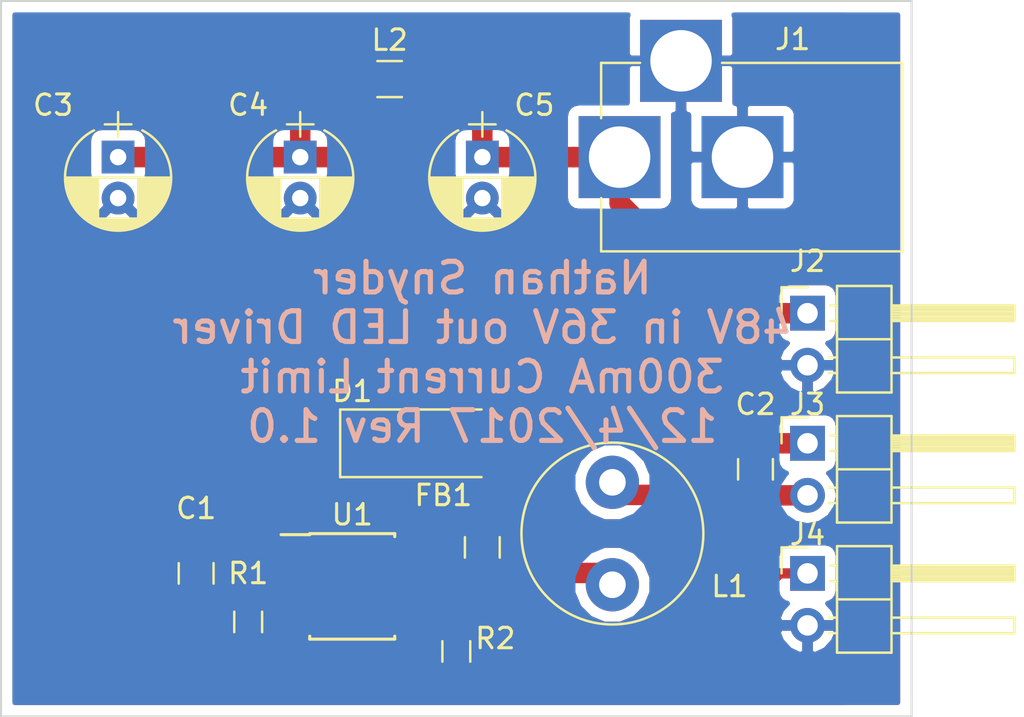
<source format=kicad_pcb>
(kicad_pcb (version 4) (host pcbnew 4.0.7)

  (general
    (links 29)
    (no_connects 0)
    (area 136.474999 55.829999 181.025001 90.855001)
    (thickness 1.6)
    (drawings 5)
    (tracks 57)
    (zones 0)
    (modules 16)
    (nets 11)
  )

  (page A4)
  (layers
    (0 F.Cu signal)
    (31 B.Cu signal)
    (32 B.Adhes user)
    (33 F.Adhes user)
    (34 B.Paste user)
    (35 F.Paste user)
    (36 B.SilkS user)
    (37 F.SilkS user)
    (38 B.Mask user)
    (39 F.Mask user)
    (40 Dwgs.User user)
    (41 Cmts.User user)
    (42 Eco1.User user)
    (43 Eco2.User user)
    (44 Edge.Cuts user)
    (45 Margin user)
    (46 B.CrtYd user)
    (47 F.CrtYd user)
    (48 B.Fab user)
    (49 F.Fab user hide)
  )

  (setup
    (last_trace_width 0.5)
    (trace_clearance 0.2)
    (zone_clearance 0.508)
    (zone_45_only no)
    (trace_min 0.2)
    (segment_width 0.2)
    (edge_width 0.1)
    (via_size 0.6)
    (via_drill 0.4)
    (via_min_size 0.4)
    (via_min_drill 0.3)
    (uvia_size 0.3)
    (uvia_drill 0.1)
    (uvias_allowed no)
    (uvia_min_size 0.2)
    (uvia_min_drill 0.1)
    (pcb_text_width 0.3)
    (pcb_text_size 1.5 1.5)
    (mod_edge_width 0.15)
    (mod_text_size 1 1)
    (mod_text_width 0.15)
    (pad_size 4 4)
    (pad_drill 3)
    (pad_to_mask_clearance 0)
    (aux_axis_origin 0 0)
    (visible_elements 7FFFFFFF)
    (pcbplotparams
      (layerselection 0x00030_80000001)
      (usegerberextensions false)
      (excludeedgelayer true)
      (linewidth 0.100000)
      (plotframeref false)
      (viasonmask false)
      (mode 1)
      (useauxorigin false)
      (hpglpennumber 1)
      (hpglpenspeed 20)
      (hpglpendiameter 15)
      (hpglpenoverlay 2)
      (psnegative false)
      (psa4output false)
      (plotreference true)
      (plotvalue true)
      (plotinvisibletext false)
      (padsonsilk false)
      (subtractmaskfromsilk false)
      (outputformat 1)
      (mirror false)
      (drillshape 1)
      (scaleselection 1)
      (outputdirectory ""))
  )

  (net 0 "")
  (net 1 "Net-(C1-Pad1)")
  (net 2 GND)
  (net 3 "Net-(R1-Pad1)")
  (net 4 "Net-(R2-Pad1)")
  (net 5 DIM)
  (net 6 "Net-(FB1-Pad2)")
  (net 7 LEDCATH)
  (net 8 LEDANODE)
  (net 9 +48V)
  (net 10 "Net-(D1-Pad2)")

  (net_class Default "This is the default net class."
    (clearance 0.2)
    (trace_width 0.5)
    (via_dia 0.6)
    (via_drill 0.4)
    (uvia_dia 0.3)
    (uvia_drill 0.1)
    (add_net +48V)
    (add_net DIM)
    (add_net GND)
    (add_net LEDANODE)
    (add_net LEDCATH)
    (add_net "Net-(C1-Pad1)")
    (add_net "Net-(D1-Pad2)")
    (add_net "Net-(FB1-Pad2)")
    (add_net "Net-(R1-Pad1)")
    (add_net "Net-(R2-Pad1)")
  )

  (module Capacitors_SMD:C_0805_HandSoldering (layer F.Cu) (tedit 58AA84A8) (tstamp 5A1F487E)
    (at 173.355 78.74 270)
    (descr "Capacitor SMD 0805, hand soldering")
    (tags "capacitor 0805")
    (path /59BF4C3A)
    (attr smd)
    (fp_text reference C2 (at -3.175 0 360) (layer F.SilkS)
      (effects (font (size 1 1) (thickness 0.15)))
    )
    (fp_text value 1uF (at -0.635 1.75 270) (layer F.Fab)
      (effects (font (size 1 1) (thickness 0.15)))
    )
    (fp_text user %R (at 0 -1.75 270) (layer F.Fab)
      (effects (font (size 1 1) (thickness 0.15)))
    )
    (fp_line (start -1 0.62) (end -1 -0.62) (layer F.Fab) (width 0.1))
    (fp_line (start 1 0.62) (end -1 0.62) (layer F.Fab) (width 0.1))
    (fp_line (start 1 -0.62) (end 1 0.62) (layer F.Fab) (width 0.1))
    (fp_line (start -1 -0.62) (end 1 -0.62) (layer F.Fab) (width 0.1))
    (fp_line (start 0.5 -0.85) (end -0.5 -0.85) (layer F.SilkS) (width 0.12))
    (fp_line (start -0.5 0.85) (end 0.5 0.85) (layer F.SilkS) (width 0.12))
    (fp_line (start -2.25 -0.88) (end 2.25 -0.88) (layer F.CrtYd) (width 0.05))
    (fp_line (start -2.25 -0.88) (end -2.25 0.87) (layer F.CrtYd) (width 0.05))
    (fp_line (start 2.25 0.87) (end 2.25 -0.88) (layer F.CrtYd) (width 0.05))
    (fp_line (start 2.25 0.87) (end -2.25 0.87) (layer F.CrtYd) (width 0.05))
    (pad 1 smd rect (at -1.25 0 270) (size 1.5 1.25) (layers F.Cu F.Paste F.Mask)
      (net 7 LEDCATH))
    (pad 2 smd rect (at 1.25 0 270) (size 1.5 1.25) (layers F.Cu F.Paste F.Mask)
      (net 8 LEDANODE))
    (model Capacitors_SMD.3dshapes/C_0805.wrl
      (at (xyz 0 0 0))
      (scale (xyz 1 1 1))
      (rotate (xyz 0 0 0))
    )
  )

  (module Housings_SOIC:SOIC-8_3.9x4.9mm_Pitch1.27mm (layer F.Cu) (tedit 58CD0CDA) (tstamp 5A1F4561)
    (at 153.67 84.455)
    (descr "8-Lead Plastic Small Outline (SN) - Narrow, 3.90 mm Body [SOIC] (see Microchip Packaging Specification 00000049BS.pdf)")
    (tags "SOIC 1.27")
    (path /59BF44DA)
    (attr smd)
    (fp_text reference U1 (at 0 -3.5) (layer F.SilkS)
      (effects (font (size 1 1) (thickness 0.15)))
    )
    (fp_text value TPS92511 (at 0 3.5) (layer F.Fab)
      (effects (font (size 1 1) (thickness 0.15)))
    )
    (fp_text user %R (at 0 0) (layer F.Fab)
      (effects (font (size 1 1) (thickness 0.15)))
    )
    (fp_line (start -0.95 -2.45) (end 1.95 -2.45) (layer F.Fab) (width 0.1))
    (fp_line (start 1.95 -2.45) (end 1.95 2.45) (layer F.Fab) (width 0.1))
    (fp_line (start 1.95 2.45) (end -1.95 2.45) (layer F.Fab) (width 0.1))
    (fp_line (start -1.95 2.45) (end -1.95 -1.45) (layer F.Fab) (width 0.1))
    (fp_line (start -1.95 -1.45) (end -0.95 -2.45) (layer F.Fab) (width 0.1))
    (fp_line (start -3.73 -2.7) (end -3.73 2.7) (layer F.CrtYd) (width 0.05))
    (fp_line (start 3.73 -2.7) (end 3.73 2.7) (layer F.CrtYd) (width 0.05))
    (fp_line (start -3.73 -2.7) (end 3.73 -2.7) (layer F.CrtYd) (width 0.05))
    (fp_line (start -3.73 2.7) (end 3.73 2.7) (layer F.CrtYd) (width 0.05))
    (fp_line (start -2.075 -2.575) (end -2.075 -2.525) (layer F.SilkS) (width 0.15))
    (fp_line (start 2.075 -2.575) (end 2.075 -2.43) (layer F.SilkS) (width 0.15))
    (fp_line (start 2.075 2.575) (end 2.075 2.43) (layer F.SilkS) (width 0.15))
    (fp_line (start -2.075 2.575) (end -2.075 2.43) (layer F.SilkS) (width 0.15))
    (fp_line (start -2.075 -2.575) (end 2.075 -2.575) (layer F.SilkS) (width 0.15))
    (fp_line (start -2.075 2.575) (end 2.075 2.575) (layer F.SilkS) (width 0.15))
    (fp_line (start -2.075 -2.525) (end -3.475 -2.525) (layer F.SilkS) (width 0.15))
    (pad 1 smd rect (at -2.7 -1.905) (size 1.55 0.6) (layers F.Cu F.Paste F.Mask)
      (net 1 "Net-(C1-Pad1)"))
    (pad 2 smd rect (at -2.7 -0.635) (size 1.55 0.6) (layers F.Cu F.Paste F.Mask)
      (net 2 GND))
    (pad 3 smd rect (at -2.7 0.635) (size 1.55 0.6) (layers F.Cu F.Paste F.Mask)
      (net 3 "Net-(R1-Pad1)"))
    (pad 4 smd rect (at -2.7 1.905) (size 1.55 0.6) (layers F.Cu F.Paste F.Mask)
      (net 2 GND))
    (pad 5 smd rect (at 2.7 1.905) (size 1.55 0.6) (layers F.Cu F.Paste F.Mask)
      (net 4 "Net-(R2-Pad1)"))
    (pad 6 smd rect (at 2.7 0.635) (size 1.55 0.6) (layers F.Cu F.Paste F.Mask)
      (net 5 DIM))
    (pad 7 smd rect (at 2.7 -0.635) (size 1.55 0.6) (layers F.Cu F.Paste F.Mask)
      (net 6 "Net-(FB1-Pad2)"))
    (pad 8 smd rect (at 2.7 -1.905) (size 1.55 0.6) (layers F.Cu F.Paste F.Mask)
      (net 7 LEDCATH))
    (model ${KISYS3DMOD}/Housings_SOIC.3dshapes/SOIC-8_3.9x4.9mm_Pitch1.27mm.wrl
      (at (xyz 0 0 0))
      (scale (xyz 1 1 1))
      (rotate (xyz 0 0 0))
    )
  )

  (module Capacitors_SMD:C_0805_HandSoldering (layer F.Cu) (tedit 58AA84A8) (tstamp 5A1F4878)
    (at 146.05 83.82 270)
    (descr "Capacitor SMD 0805, hand soldering")
    (tags "capacitor 0805")
    (path /59BF4792)
    (attr smd)
    (fp_text reference C1 (at -3.175 0 360) (layer F.SilkS)
      (effects (font (size 1 1) (thickness 0.15)))
    )
    (fp_text value 1uF (at 0 1.75 270) (layer F.Fab)
      (effects (font (size 1 1) (thickness 0.15)))
    )
    (fp_text user %R (at 0 -1.75 270) (layer F.Fab)
      (effects (font (size 1 1) (thickness 0.15)))
    )
    (fp_line (start -1 0.62) (end -1 -0.62) (layer F.Fab) (width 0.1))
    (fp_line (start 1 0.62) (end -1 0.62) (layer F.Fab) (width 0.1))
    (fp_line (start 1 -0.62) (end 1 0.62) (layer F.Fab) (width 0.1))
    (fp_line (start -1 -0.62) (end 1 -0.62) (layer F.Fab) (width 0.1))
    (fp_line (start 0.5 -0.85) (end -0.5 -0.85) (layer F.SilkS) (width 0.12))
    (fp_line (start -0.5 0.85) (end 0.5 0.85) (layer F.SilkS) (width 0.12))
    (fp_line (start -2.25 -0.88) (end 2.25 -0.88) (layer F.CrtYd) (width 0.05))
    (fp_line (start -2.25 -0.88) (end -2.25 0.87) (layer F.CrtYd) (width 0.05))
    (fp_line (start 2.25 0.87) (end 2.25 -0.88) (layer F.CrtYd) (width 0.05))
    (fp_line (start 2.25 0.87) (end -2.25 0.87) (layer F.CrtYd) (width 0.05))
    (pad 1 smd rect (at -1.25 0 270) (size 1.5 1.25) (layers F.Cu F.Paste F.Mask)
      (net 1 "Net-(C1-Pad1)"))
    (pad 2 smd rect (at 1.25 0 270) (size 1.5 1.25) (layers F.Cu F.Paste F.Mask)
      (net 2 GND))
    (model Capacitors_SMD.3dshapes/C_0805.wrl
      (at (xyz 0 0 0))
      (scale (xyz 1 1 1))
      (rotate (xyz 0 0 0))
    )
  )

  (module Diodes_SMD:D_SMA_Handsoldering (layer F.Cu) (tedit 58643398) (tstamp 5A1F4896)
    (at 157.48 77.47)
    (descr "Diode SMA (DO-214AC) Handsoldering")
    (tags "Diode SMA (DO-214AC) Handsoldering")
    (path /59BF4B62)
    (attr smd)
    (fp_text reference D1 (at -3.81 -2.54) (layer F.SilkS)
      (effects (font (size 1 1) (thickness 0.15)))
    )
    (fp_text value 100V (at -3.175 -2.54) (layer F.Fab)
      (effects (font (size 1 1) (thickness 0.15)))
    )
    (fp_text user %R (at 0 -2.5) (layer F.Fab)
      (effects (font (size 1 1) (thickness 0.15)))
    )
    (fp_line (start -4.4 -1.65) (end -4.4 1.65) (layer F.SilkS) (width 0.12))
    (fp_line (start 2.3 1.5) (end -2.3 1.5) (layer F.Fab) (width 0.1))
    (fp_line (start -2.3 1.5) (end -2.3 -1.5) (layer F.Fab) (width 0.1))
    (fp_line (start 2.3 -1.5) (end 2.3 1.5) (layer F.Fab) (width 0.1))
    (fp_line (start 2.3 -1.5) (end -2.3 -1.5) (layer F.Fab) (width 0.1))
    (fp_line (start -4.5 -1.75) (end 4.5 -1.75) (layer F.CrtYd) (width 0.05))
    (fp_line (start 4.5 -1.75) (end 4.5 1.75) (layer F.CrtYd) (width 0.05))
    (fp_line (start 4.5 1.75) (end -4.5 1.75) (layer F.CrtYd) (width 0.05))
    (fp_line (start -4.5 1.75) (end -4.5 -1.75) (layer F.CrtYd) (width 0.05))
    (fp_line (start -0.64944 0.00102) (end -1.55114 0.00102) (layer F.Fab) (width 0.1))
    (fp_line (start 0.50118 0.00102) (end 1.4994 0.00102) (layer F.Fab) (width 0.1))
    (fp_line (start -0.64944 -0.79908) (end -0.64944 0.80112) (layer F.Fab) (width 0.1))
    (fp_line (start 0.50118 0.75032) (end 0.50118 -0.79908) (layer F.Fab) (width 0.1))
    (fp_line (start -0.64944 0.00102) (end 0.50118 0.75032) (layer F.Fab) (width 0.1))
    (fp_line (start -0.64944 0.00102) (end 0.50118 -0.79908) (layer F.Fab) (width 0.1))
    (fp_line (start -4.4 1.65) (end 2.5 1.65) (layer F.SilkS) (width 0.12))
    (fp_line (start -4.4 -1.65) (end 2.5 -1.65) (layer F.SilkS) (width 0.12))
    (pad 1 smd rect (at -2.5 0) (size 3.5 1.8) (layers F.Cu F.Paste F.Mask)
      (net 7 LEDCATH))
    (pad 2 smd rect (at 2.5 0) (size 3.5 1.8) (layers F.Cu F.Paste F.Mask)
      (net 10 "Net-(D1-Pad2)"))
    (model ${KISYS3DMOD}/Diodes_SMD.3dshapes/D_SMA.wrl
      (at (xyz 0 0 0))
      (scale (xyz 1 1 1))
      (rotate (xyz 0 0 0))
    )
  )

  (module Capacitors_SMD:C_0805_HandSoldering (layer F.Cu) (tedit 58AA84A8) (tstamp 5A1F489C)
    (at 160.02 82.55 270)
    (descr "Capacitor SMD 0805, hand soldering")
    (tags "capacitor 0805")
    (path /59BF4BAD)
    (attr smd)
    (fp_text reference FB1 (at -2.54 1.905 360) (layer F.SilkS)
      (effects (font (size 1 1) (thickness 0.15)))
    )
    (fp_text value "100 @ 100MHz" (at -2.54 -2.54 270) (layer F.Fab)
      (effects (font (size 1 1) (thickness 0.15)))
    )
    (fp_text user %R (at 0 -1.75 270) (layer F.Fab)
      (effects (font (size 1 1) (thickness 0.15)))
    )
    (fp_line (start -1 0.62) (end -1 -0.62) (layer F.Fab) (width 0.1))
    (fp_line (start 1 0.62) (end -1 0.62) (layer F.Fab) (width 0.1))
    (fp_line (start 1 -0.62) (end 1 0.62) (layer F.Fab) (width 0.1))
    (fp_line (start -1 -0.62) (end 1 -0.62) (layer F.Fab) (width 0.1))
    (fp_line (start 0.5 -0.85) (end -0.5 -0.85) (layer F.SilkS) (width 0.12))
    (fp_line (start -0.5 0.85) (end 0.5 0.85) (layer F.SilkS) (width 0.12))
    (fp_line (start -2.25 -0.88) (end 2.25 -0.88) (layer F.CrtYd) (width 0.05))
    (fp_line (start -2.25 -0.88) (end -2.25 0.87) (layer F.CrtYd) (width 0.05))
    (fp_line (start 2.25 0.87) (end 2.25 -0.88) (layer F.CrtYd) (width 0.05))
    (fp_line (start 2.25 0.87) (end -2.25 0.87) (layer F.CrtYd) (width 0.05))
    (pad 1 smd rect (at -1.25 0 270) (size 1.5 1.25) (layers F.Cu F.Paste F.Mask)
      (net 10 "Net-(D1-Pad2)"))
    (pad 2 smd rect (at 1.25 0 270) (size 1.5 1.25) (layers F.Cu F.Paste F.Mask)
      (net 6 "Net-(FB1-Pad2)"))
    (model Capacitors_SMD.3dshapes/C_0805.wrl
      (at (xyz 0 0 0))
      (scale (xyz 1 1 1))
      (rotate (xyz 0 0 0))
    )
  )

  (module Connectors:BARREL_JACK (layer F.Cu) (tedit 5A2622D0) (tstamp 5A1F48A3)
    (at 166.72 63.5 180)
    (descr "DC Barrel Jack")
    (tags "Power Jack")
    (path /5A1F2B4F)
    (fp_text reference J1 (at -8.45 5.75 360) (layer F.SilkS)
      (effects (font (size 1 1) (thickness 0.15)))
    )
    (fp_text value Barrel_Jack (at -8.54 -5.5 180) (layer F.Fab)
      (effects (font (size 1 1) (thickness 0.15)))
    )
    (fp_line (start 1 -4.5) (end 1 -4.75) (layer F.CrtYd) (width 0.05))
    (fp_line (start 1 -4.75) (end -14 -4.75) (layer F.CrtYd) (width 0.05))
    (fp_line (start 1 -4.5) (end 1 -2) (layer F.CrtYd) (width 0.05))
    (fp_line (start 1 -2) (end 2 -2) (layer F.CrtYd) (width 0.05))
    (fp_line (start 2 -2) (end 2 2) (layer F.CrtYd) (width 0.05))
    (fp_line (start 2 2) (end 1 2) (layer F.CrtYd) (width 0.05))
    (fp_line (start 1 2) (end 1 4.75) (layer F.CrtYd) (width 0.05))
    (fp_line (start 1 4.75) (end -1 4.75) (layer F.CrtYd) (width 0.05))
    (fp_line (start -1 4.75) (end -1 6.75) (layer F.CrtYd) (width 0.05))
    (fp_line (start -1 6.75) (end -5 6.75) (layer F.CrtYd) (width 0.05))
    (fp_line (start -5 6.75) (end -5 4.75) (layer F.CrtYd) (width 0.05))
    (fp_line (start -5 4.75) (end -14 4.75) (layer F.CrtYd) (width 0.05))
    (fp_line (start -14 4.75) (end -14 -4.75) (layer F.CrtYd) (width 0.05))
    (fp_line (start -5 4.6) (end -13.8 4.6) (layer F.SilkS) (width 0.12))
    (fp_line (start -13.8 4.6) (end -13.8 -4.6) (layer F.SilkS) (width 0.12))
    (fp_line (start 0.9 1.9) (end 0.9 4.6) (layer F.SilkS) (width 0.12))
    (fp_line (start 0.9 4.6) (end -1 4.6) (layer F.SilkS) (width 0.12))
    (fp_line (start -13.8 -4.6) (end 0.9 -4.6) (layer F.SilkS) (width 0.12))
    (fp_line (start 0.9 -4.6) (end 0.9 -2) (layer F.SilkS) (width 0.12))
    (fp_line (start -10.2 -4.5) (end -10.2 4.5) (layer F.Fab) (width 0.1))
    (fp_line (start -13.7 -4.5) (end -13.7 4.5) (layer F.Fab) (width 0.1))
    (fp_line (start -13.7 4.5) (end 0.8 4.5) (layer F.Fab) (width 0.1))
    (fp_line (start 0.8 4.5) (end 0.8 -4.5) (layer F.Fab) (width 0.1))
    (fp_line (start 0.8 -4.5) (end -13.7 -4.5) (layer F.Fab) (width 0.1))
    (pad 1 thru_hole rect (at 0 0 180) (size 4 4) (drill oval 3) (layers *.Cu *.Mask)
      (net 9 +48V))
    (pad 2 thru_hole rect (at -6 0 180) (size 4 4) (drill 3) (layers *.Cu *.Mask)
      (net 2 GND))
    (pad 3 thru_hole rect (at -3 4.7 180) (size 4 4) (drill 3) (layers *.Cu *.Mask)
      (net 2 GND))
  )

  (module Inductors_SMD:L_0805_HandSoldering (layer F.Cu) (tedit 58307B90) (tstamp 5A1F48B6)
    (at 155.495 59.69 180)
    (descr "Resistor SMD 0805, hand soldering")
    (tags "resistor 0805")
    (path /59BF4E7C)
    (attr smd)
    (fp_text reference L2 (at 0 1.905 180) (layer F.SilkS)
      (effects (font (size 1 1) (thickness 0.15)))
    )
    (fp_text value 10uH (at 0 2.1 180) (layer F.Fab)
      (effects (font (size 1 1) (thickness 0.15)))
    )
    (fp_text user %R (at 0 0 180) (layer F.Fab)
      (effects (font (size 0.5 0.5) (thickness 0.075)))
    )
    (fp_line (start -1 0.62) (end -1 -0.62) (layer F.Fab) (width 0.1))
    (fp_line (start 1 0.62) (end -1 0.62) (layer F.Fab) (width 0.1))
    (fp_line (start 1 -0.62) (end 1 0.62) (layer F.Fab) (width 0.1))
    (fp_line (start -1 -0.62) (end 1 -0.62) (layer F.Fab) (width 0.1))
    (fp_line (start -2.4 -1) (end 2.4 -1) (layer F.CrtYd) (width 0.05))
    (fp_line (start -2.4 1) (end 2.4 1) (layer F.CrtYd) (width 0.05))
    (fp_line (start -2.4 -1) (end -2.4 1) (layer F.CrtYd) (width 0.05))
    (fp_line (start 2.4 -1) (end 2.4 1) (layer F.CrtYd) (width 0.05))
    (fp_line (start 0.6 0.88) (end -0.6 0.88) (layer F.SilkS) (width 0.12))
    (fp_line (start -0.6 -0.88) (end 0.6 -0.88) (layer F.SilkS) (width 0.12))
    (pad 1 smd rect (at -1.35 0 180) (size 1.5 1.3) (layers F.Cu F.Paste F.Mask)
      (net 9 +48V))
    (pad 2 smd rect (at 1.35 0 180) (size 1.5 1.3) (layers F.Cu F.Paste F.Mask)
      (net 7 LEDCATH))
    (model ${KISYS3DMOD}/Inductors_SMD.3dshapes/L_0805.wrl
      (at (xyz 0 0 0))
      (scale (xyz 1 1 1))
      (rotate (xyz 0 0 0))
    )
  )

  (module Resistors_SMD:R_0603_HandSoldering (layer F.Cu) (tedit 58E0A804) (tstamp 5A1F48BC)
    (at 148.59 86.19 270)
    (descr "Resistor SMD 0603, hand soldering")
    (tags "resistor 0603")
    (path /59BF45E6)
    (attr smd)
    (fp_text reference R1 (at -2.37 0 360) (layer F.SilkS)
      (effects (font (size 1 1) (thickness 0.15)))
    )
    (fp_text value 4.3k (at 0 1.55 270) (layer F.Fab)
      (effects (font (size 1 1) (thickness 0.15)))
    )
    (fp_text user %R (at 0 0 270) (layer F.Fab)
      (effects (font (size 0.4 0.4) (thickness 0.075)))
    )
    (fp_line (start -0.8 0.4) (end -0.8 -0.4) (layer F.Fab) (width 0.1))
    (fp_line (start 0.8 0.4) (end -0.8 0.4) (layer F.Fab) (width 0.1))
    (fp_line (start 0.8 -0.4) (end 0.8 0.4) (layer F.Fab) (width 0.1))
    (fp_line (start -0.8 -0.4) (end 0.8 -0.4) (layer F.Fab) (width 0.1))
    (fp_line (start 0.5 0.68) (end -0.5 0.68) (layer F.SilkS) (width 0.12))
    (fp_line (start -0.5 -0.68) (end 0.5 -0.68) (layer F.SilkS) (width 0.12))
    (fp_line (start -1.96 -0.7) (end 1.95 -0.7) (layer F.CrtYd) (width 0.05))
    (fp_line (start -1.96 -0.7) (end -1.96 0.7) (layer F.CrtYd) (width 0.05))
    (fp_line (start 1.95 0.7) (end 1.95 -0.7) (layer F.CrtYd) (width 0.05))
    (fp_line (start 1.95 0.7) (end -1.96 0.7) (layer F.CrtYd) (width 0.05))
    (pad 1 smd rect (at -1.1 0 270) (size 1.2 0.9) (layers F.Cu F.Paste F.Mask)
      (net 3 "Net-(R1-Pad1)"))
    (pad 2 smd rect (at 1.1 0 270) (size 1.2 0.9) (layers F.Cu F.Paste F.Mask)
      (net 2 GND))
    (model ${KISYS3DMOD}/Resistors_SMD.3dshapes/R_0603.wrl
      (at (xyz 0 0 0))
      (scale (xyz 1 1 1))
      (rotate (xyz 0 0 0))
    )
  )

  (module Resistors_SMD:R_0603_HandSoldering (layer F.Cu) (tedit 58E0A804) (tstamp 5A1F48C2)
    (at 158.75 87.63 270)
    (descr "Resistor SMD 0603, hand soldering")
    (tags "resistor 0603")
    (path /59BF464B)
    (attr smd)
    (fp_text reference R2 (at -0.635 -1.905 360) (layer F.SilkS)
      (effects (font (size 1 1) (thickness 0.15)))
    )
    (fp_text value 20k (at 0.635 1.55 270) (layer F.Fab)
      (effects (font (size 1 1) (thickness 0.15)))
    )
    (fp_text user %R (at 0 0 270) (layer F.Fab)
      (effects (font (size 0.4 0.4) (thickness 0.075)))
    )
    (fp_line (start -0.8 0.4) (end -0.8 -0.4) (layer F.Fab) (width 0.1))
    (fp_line (start 0.8 0.4) (end -0.8 0.4) (layer F.Fab) (width 0.1))
    (fp_line (start 0.8 -0.4) (end 0.8 0.4) (layer F.Fab) (width 0.1))
    (fp_line (start -0.8 -0.4) (end 0.8 -0.4) (layer F.Fab) (width 0.1))
    (fp_line (start 0.5 0.68) (end -0.5 0.68) (layer F.SilkS) (width 0.12))
    (fp_line (start -0.5 -0.68) (end 0.5 -0.68) (layer F.SilkS) (width 0.12))
    (fp_line (start -1.96 -0.7) (end 1.95 -0.7) (layer F.CrtYd) (width 0.05))
    (fp_line (start -1.96 -0.7) (end -1.96 0.7) (layer F.CrtYd) (width 0.05))
    (fp_line (start 1.95 0.7) (end 1.95 -0.7) (layer F.CrtYd) (width 0.05))
    (fp_line (start 1.95 0.7) (end -1.96 0.7) (layer F.CrtYd) (width 0.05))
    (pad 1 smd rect (at -1.1 0 270) (size 1.2 0.9) (layers F.Cu F.Paste F.Mask)
      (net 4 "Net-(R2-Pad1)"))
    (pad 2 smd rect (at 1.1 0 270) (size 1.2 0.9) (layers F.Cu F.Paste F.Mask)
      (net 2 GND))
    (model ${KISYS3DMOD}/Resistors_SMD.3dshapes/R_0603.wrl
      (at (xyz 0 0 0))
      (scale (xyz 1 1 1))
      (rotate (xyz 0 0 0))
    )
  )

  (module Capacitors_THT:CP_Radial_D5.0mm_P2.00mm (layer F.Cu) (tedit 597BC7C2) (tstamp 5A1F4E53)
    (at 142.24 63.5 270)
    (descr "CP, Radial series, Radial, pin pitch=2.00mm, , diameter=5mm, Electrolytic Capacitor")
    (tags "CP Radial series Radial pin pitch 2.00mm  diameter 5mm Electrolytic Capacitor")
    (path /59BF4DA6)
    (fp_text reference C3 (at -2.54 3.175 360) (layer F.SilkS)
      (effects (font (size 1 1) (thickness 0.15)))
    )
    (fp_text value 2.2uF (at 3.175 3.81 270) (layer F.Fab)
      (effects (font (size 1 1) (thickness 0.15)))
    )
    (fp_arc (start 1 0) (end -1.30558 -1.18) (angle 125.8) (layer F.SilkS) (width 0.12))
    (fp_arc (start 1 0) (end -1.30558 1.18) (angle -125.8) (layer F.SilkS) (width 0.12))
    (fp_arc (start 1 0) (end 3.30558 -1.18) (angle 54.2) (layer F.SilkS) (width 0.12))
    (fp_circle (center 1 0) (end 3.5 0) (layer F.Fab) (width 0.1))
    (fp_line (start -2.2 0) (end -1 0) (layer F.Fab) (width 0.1))
    (fp_line (start -1.6 -0.65) (end -1.6 0.65) (layer F.Fab) (width 0.1))
    (fp_line (start 1 -2.55) (end 1 2.55) (layer F.SilkS) (width 0.12))
    (fp_line (start 1.04 -2.55) (end 1.04 -0.98) (layer F.SilkS) (width 0.12))
    (fp_line (start 1.04 0.98) (end 1.04 2.55) (layer F.SilkS) (width 0.12))
    (fp_line (start 1.08 -2.549) (end 1.08 -0.98) (layer F.SilkS) (width 0.12))
    (fp_line (start 1.08 0.98) (end 1.08 2.549) (layer F.SilkS) (width 0.12))
    (fp_line (start 1.12 -2.548) (end 1.12 -0.98) (layer F.SilkS) (width 0.12))
    (fp_line (start 1.12 0.98) (end 1.12 2.548) (layer F.SilkS) (width 0.12))
    (fp_line (start 1.16 -2.546) (end 1.16 -0.98) (layer F.SilkS) (width 0.12))
    (fp_line (start 1.16 0.98) (end 1.16 2.546) (layer F.SilkS) (width 0.12))
    (fp_line (start 1.2 -2.543) (end 1.2 -0.98) (layer F.SilkS) (width 0.12))
    (fp_line (start 1.2 0.98) (end 1.2 2.543) (layer F.SilkS) (width 0.12))
    (fp_line (start 1.24 -2.539) (end 1.24 -0.98) (layer F.SilkS) (width 0.12))
    (fp_line (start 1.24 0.98) (end 1.24 2.539) (layer F.SilkS) (width 0.12))
    (fp_line (start 1.28 -2.535) (end 1.28 -0.98) (layer F.SilkS) (width 0.12))
    (fp_line (start 1.28 0.98) (end 1.28 2.535) (layer F.SilkS) (width 0.12))
    (fp_line (start 1.32 -2.531) (end 1.32 -0.98) (layer F.SilkS) (width 0.12))
    (fp_line (start 1.32 0.98) (end 1.32 2.531) (layer F.SilkS) (width 0.12))
    (fp_line (start 1.36 -2.525) (end 1.36 -0.98) (layer F.SilkS) (width 0.12))
    (fp_line (start 1.36 0.98) (end 1.36 2.525) (layer F.SilkS) (width 0.12))
    (fp_line (start 1.4 -2.519) (end 1.4 -0.98) (layer F.SilkS) (width 0.12))
    (fp_line (start 1.4 0.98) (end 1.4 2.519) (layer F.SilkS) (width 0.12))
    (fp_line (start 1.44 -2.513) (end 1.44 -0.98) (layer F.SilkS) (width 0.12))
    (fp_line (start 1.44 0.98) (end 1.44 2.513) (layer F.SilkS) (width 0.12))
    (fp_line (start 1.48 -2.506) (end 1.48 -0.98) (layer F.SilkS) (width 0.12))
    (fp_line (start 1.48 0.98) (end 1.48 2.506) (layer F.SilkS) (width 0.12))
    (fp_line (start 1.52 -2.498) (end 1.52 -0.98) (layer F.SilkS) (width 0.12))
    (fp_line (start 1.52 0.98) (end 1.52 2.498) (layer F.SilkS) (width 0.12))
    (fp_line (start 1.56 -2.489) (end 1.56 -0.98) (layer F.SilkS) (width 0.12))
    (fp_line (start 1.56 0.98) (end 1.56 2.489) (layer F.SilkS) (width 0.12))
    (fp_line (start 1.6 -2.48) (end 1.6 -0.98) (layer F.SilkS) (width 0.12))
    (fp_line (start 1.6 0.98) (end 1.6 2.48) (layer F.SilkS) (width 0.12))
    (fp_line (start 1.64 -2.47) (end 1.64 -0.98) (layer F.SilkS) (width 0.12))
    (fp_line (start 1.64 0.98) (end 1.64 2.47) (layer F.SilkS) (width 0.12))
    (fp_line (start 1.68 -2.46) (end 1.68 -0.98) (layer F.SilkS) (width 0.12))
    (fp_line (start 1.68 0.98) (end 1.68 2.46) (layer F.SilkS) (width 0.12))
    (fp_line (start 1.721 -2.448) (end 1.721 -0.98) (layer F.SilkS) (width 0.12))
    (fp_line (start 1.721 0.98) (end 1.721 2.448) (layer F.SilkS) (width 0.12))
    (fp_line (start 1.761 -2.436) (end 1.761 -0.98) (layer F.SilkS) (width 0.12))
    (fp_line (start 1.761 0.98) (end 1.761 2.436) (layer F.SilkS) (width 0.12))
    (fp_line (start 1.801 -2.424) (end 1.801 -0.98) (layer F.SilkS) (width 0.12))
    (fp_line (start 1.801 0.98) (end 1.801 2.424) (layer F.SilkS) (width 0.12))
    (fp_line (start 1.841 -2.41) (end 1.841 -0.98) (layer F.SilkS) (width 0.12))
    (fp_line (start 1.841 0.98) (end 1.841 2.41) (layer F.SilkS) (width 0.12))
    (fp_line (start 1.881 -2.396) (end 1.881 -0.98) (layer F.SilkS) (width 0.12))
    (fp_line (start 1.881 0.98) (end 1.881 2.396) (layer F.SilkS) (width 0.12))
    (fp_line (start 1.921 -2.382) (end 1.921 -0.98) (layer F.SilkS) (width 0.12))
    (fp_line (start 1.921 0.98) (end 1.921 2.382) (layer F.SilkS) (width 0.12))
    (fp_line (start 1.961 -2.366) (end 1.961 -0.98) (layer F.SilkS) (width 0.12))
    (fp_line (start 1.961 0.98) (end 1.961 2.366) (layer F.SilkS) (width 0.12))
    (fp_line (start 2.001 -2.35) (end 2.001 -0.98) (layer F.SilkS) (width 0.12))
    (fp_line (start 2.001 0.98) (end 2.001 2.35) (layer F.SilkS) (width 0.12))
    (fp_line (start 2.041 -2.333) (end 2.041 -0.98) (layer F.SilkS) (width 0.12))
    (fp_line (start 2.041 0.98) (end 2.041 2.333) (layer F.SilkS) (width 0.12))
    (fp_line (start 2.081 -2.315) (end 2.081 -0.98) (layer F.SilkS) (width 0.12))
    (fp_line (start 2.081 0.98) (end 2.081 2.315) (layer F.SilkS) (width 0.12))
    (fp_line (start 2.121 -2.296) (end 2.121 -0.98) (layer F.SilkS) (width 0.12))
    (fp_line (start 2.121 0.98) (end 2.121 2.296) (layer F.SilkS) (width 0.12))
    (fp_line (start 2.161 -2.276) (end 2.161 -0.98) (layer F.SilkS) (width 0.12))
    (fp_line (start 2.161 0.98) (end 2.161 2.276) (layer F.SilkS) (width 0.12))
    (fp_line (start 2.201 -2.256) (end 2.201 -0.98) (layer F.SilkS) (width 0.12))
    (fp_line (start 2.201 0.98) (end 2.201 2.256) (layer F.SilkS) (width 0.12))
    (fp_line (start 2.241 -2.234) (end 2.241 -0.98) (layer F.SilkS) (width 0.12))
    (fp_line (start 2.241 0.98) (end 2.241 2.234) (layer F.SilkS) (width 0.12))
    (fp_line (start 2.281 -2.212) (end 2.281 -0.98) (layer F.SilkS) (width 0.12))
    (fp_line (start 2.281 0.98) (end 2.281 2.212) (layer F.SilkS) (width 0.12))
    (fp_line (start 2.321 -2.189) (end 2.321 -0.98) (layer F.SilkS) (width 0.12))
    (fp_line (start 2.321 0.98) (end 2.321 2.189) (layer F.SilkS) (width 0.12))
    (fp_line (start 2.361 -2.165) (end 2.361 -0.98) (layer F.SilkS) (width 0.12))
    (fp_line (start 2.361 0.98) (end 2.361 2.165) (layer F.SilkS) (width 0.12))
    (fp_line (start 2.401 -2.14) (end 2.401 -0.98) (layer F.SilkS) (width 0.12))
    (fp_line (start 2.401 0.98) (end 2.401 2.14) (layer F.SilkS) (width 0.12))
    (fp_line (start 2.441 -2.113) (end 2.441 -0.98) (layer F.SilkS) (width 0.12))
    (fp_line (start 2.441 0.98) (end 2.441 2.113) (layer F.SilkS) (width 0.12))
    (fp_line (start 2.481 -2.086) (end 2.481 -0.98) (layer F.SilkS) (width 0.12))
    (fp_line (start 2.481 0.98) (end 2.481 2.086) (layer F.SilkS) (width 0.12))
    (fp_line (start 2.521 -2.058) (end 2.521 -0.98) (layer F.SilkS) (width 0.12))
    (fp_line (start 2.521 0.98) (end 2.521 2.058) (layer F.SilkS) (width 0.12))
    (fp_line (start 2.561 -2.028) (end 2.561 -0.98) (layer F.SilkS) (width 0.12))
    (fp_line (start 2.561 0.98) (end 2.561 2.028) (layer F.SilkS) (width 0.12))
    (fp_line (start 2.601 -1.997) (end 2.601 -0.98) (layer F.SilkS) (width 0.12))
    (fp_line (start 2.601 0.98) (end 2.601 1.997) (layer F.SilkS) (width 0.12))
    (fp_line (start 2.641 -1.965) (end 2.641 -0.98) (layer F.SilkS) (width 0.12))
    (fp_line (start 2.641 0.98) (end 2.641 1.965) (layer F.SilkS) (width 0.12))
    (fp_line (start 2.681 -1.932) (end 2.681 -0.98) (layer F.SilkS) (width 0.12))
    (fp_line (start 2.681 0.98) (end 2.681 1.932) (layer F.SilkS) (width 0.12))
    (fp_line (start 2.721 -1.897) (end 2.721 -0.98) (layer F.SilkS) (width 0.12))
    (fp_line (start 2.721 0.98) (end 2.721 1.897) (layer F.SilkS) (width 0.12))
    (fp_line (start 2.761 -1.861) (end 2.761 -0.98) (layer F.SilkS) (width 0.12))
    (fp_line (start 2.761 0.98) (end 2.761 1.861) (layer F.SilkS) (width 0.12))
    (fp_line (start 2.801 -1.823) (end 2.801 -0.98) (layer F.SilkS) (width 0.12))
    (fp_line (start 2.801 0.98) (end 2.801 1.823) (layer F.SilkS) (width 0.12))
    (fp_line (start 2.841 -1.783) (end 2.841 -0.98) (layer F.SilkS) (width 0.12))
    (fp_line (start 2.841 0.98) (end 2.841 1.783) (layer F.SilkS) (width 0.12))
    (fp_line (start 2.881 -1.742) (end 2.881 -0.98) (layer F.SilkS) (width 0.12))
    (fp_line (start 2.881 0.98) (end 2.881 1.742) (layer F.SilkS) (width 0.12))
    (fp_line (start 2.921 -1.699) (end 2.921 -0.98) (layer F.SilkS) (width 0.12))
    (fp_line (start 2.921 0.98) (end 2.921 1.699) (layer F.SilkS) (width 0.12))
    (fp_line (start 2.961 -1.654) (end 2.961 -0.98) (layer F.SilkS) (width 0.12))
    (fp_line (start 2.961 0.98) (end 2.961 1.654) (layer F.SilkS) (width 0.12))
    (fp_line (start 3.001 -1.606) (end 3.001 1.606) (layer F.SilkS) (width 0.12))
    (fp_line (start 3.041 -1.556) (end 3.041 1.556) (layer F.SilkS) (width 0.12))
    (fp_line (start 3.081 -1.504) (end 3.081 1.504) (layer F.SilkS) (width 0.12))
    (fp_line (start 3.121 -1.448) (end 3.121 1.448) (layer F.SilkS) (width 0.12))
    (fp_line (start 3.161 -1.39) (end 3.161 1.39) (layer F.SilkS) (width 0.12))
    (fp_line (start 3.201 -1.327) (end 3.201 1.327) (layer F.SilkS) (width 0.12))
    (fp_line (start 3.241 -1.261) (end 3.241 1.261) (layer F.SilkS) (width 0.12))
    (fp_line (start 3.281 -1.189) (end 3.281 1.189) (layer F.SilkS) (width 0.12))
    (fp_line (start 3.321 -1.112) (end 3.321 1.112) (layer F.SilkS) (width 0.12))
    (fp_line (start 3.361 -1.028) (end 3.361 1.028) (layer F.SilkS) (width 0.12))
    (fp_line (start 3.401 -0.934) (end 3.401 0.934) (layer F.SilkS) (width 0.12))
    (fp_line (start 3.441 -0.829) (end 3.441 0.829) (layer F.SilkS) (width 0.12))
    (fp_line (start 3.481 -0.707) (end 3.481 0.707) (layer F.SilkS) (width 0.12))
    (fp_line (start 3.521 -0.559) (end 3.521 0.559) (layer F.SilkS) (width 0.12))
    (fp_line (start 3.561 -0.354) (end 3.561 0.354) (layer F.SilkS) (width 0.12))
    (fp_line (start -2.2 0) (end -1 0) (layer F.SilkS) (width 0.12))
    (fp_line (start -1.6 -0.65) (end -1.6 0.65) (layer F.SilkS) (width 0.12))
    (fp_line (start -1.85 -2.85) (end -1.85 2.85) (layer F.CrtYd) (width 0.05))
    (fp_line (start -1.85 2.85) (end 3.85 2.85) (layer F.CrtYd) (width 0.05))
    (fp_line (start 3.85 2.85) (end 3.85 -2.85) (layer F.CrtYd) (width 0.05))
    (fp_line (start 3.85 -2.85) (end -1.85 -2.85) (layer F.CrtYd) (width 0.05))
    (fp_text user %R (at 1 0 270) (layer F.Fab)
      (effects (font (size 1 1) (thickness 0.15)))
    )
    (pad 1 thru_hole rect (at 0 0 270) (size 1.6 1.6) (drill 0.8) (layers *.Cu *.Mask)
      (net 7 LEDCATH))
    (pad 2 thru_hole circle (at 2 0 270) (size 1.6 1.6) (drill 0.8) (layers *.Cu *.Mask)
      (net 2 GND))
    (model ${KISYS3DMOD}/Capacitors_THT.3dshapes/CP_Radial_D5.0mm_P2.00mm.wrl
      (at (xyz 0 0 0))
      (scale (xyz 1 1 1))
      (rotate (xyz 0 0 0))
    )
  )

  (module Capacitors_THT:CP_Radial_D5.0mm_P2.00mm (layer F.Cu) (tedit 597BC7C2) (tstamp 5A1F4E58)
    (at 151.13 63.5 270)
    (descr "CP, Radial series, Radial, pin pitch=2.00mm, , diameter=5mm, Electrolytic Capacitor")
    (tags "CP Radial series Radial pin pitch 2.00mm  diameter 5mm Electrolytic Capacitor")
    (path /59BF4DE1)
    (fp_text reference C4 (at -2.54 2.54 360) (layer F.SilkS)
      (effects (font (size 1 1) (thickness 0.15)))
    )
    (fp_text value 2.2uF (at 3.175 3.175 270) (layer F.Fab)
      (effects (font (size 1 1) (thickness 0.15)))
    )
    (fp_arc (start 1 0) (end -1.30558 -1.18) (angle 125.8) (layer F.SilkS) (width 0.12))
    (fp_arc (start 1 0) (end -1.30558 1.18) (angle -125.8) (layer F.SilkS) (width 0.12))
    (fp_arc (start 1 0) (end 3.30558 -1.18) (angle 54.2) (layer F.SilkS) (width 0.12))
    (fp_circle (center 1 0) (end 3.5 0) (layer F.Fab) (width 0.1))
    (fp_line (start -2.2 0) (end -1 0) (layer F.Fab) (width 0.1))
    (fp_line (start -1.6 -0.65) (end -1.6 0.65) (layer F.Fab) (width 0.1))
    (fp_line (start 1 -2.55) (end 1 2.55) (layer F.SilkS) (width 0.12))
    (fp_line (start 1.04 -2.55) (end 1.04 -0.98) (layer F.SilkS) (width 0.12))
    (fp_line (start 1.04 0.98) (end 1.04 2.55) (layer F.SilkS) (width 0.12))
    (fp_line (start 1.08 -2.549) (end 1.08 -0.98) (layer F.SilkS) (width 0.12))
    (fp_line (start 1.08 0.98) (end 1.08 2.549) (layer F.SilkS) (width 0.12))
    (fp_line (start 1.12 -2.548) (end 1.12 -0.98) (layer F.SilkS) (width 0.12))
    (fp_line (start 1.12 0.98) (end 1.12 2.548) (layer F.SilkS) (width 0.12))
    (fp_line (start 1.16 -2.546) (end 1.16 -0.98) (layer F.SilkS) (width 0.12))
    (fp_line (start 1.16 0.98) (end 1.16 2.546) (layer F.SilkS) (width 0.12))
    (fp_line (start 1.2 -2.543) (end 1.2 -0.98) (layer F.SilkS) (width 0.12))
    (fp_line (start 1.2 0.98) (end 1.2 2.543) (layer F.SilkS) (width 0.12))
    (fp_line (start 1.24 -2.539) (end 1.24 -0.98) (layer F.SilkS) (width 0.12))
    (fp_line (start 1.24 0.98) (end 1.24 2.539) (layer F.SilkS) (width 0.12))
    (fp_line (start 1.28 -2.535) (end 1.28 -0.98) (layer F.SilkS) (width 0.12))
    (fp_line (start 1.28 0.98) (end 1.28 2.535) (layer F.SilkS) (width 0.12))
    (fp_line (start 1.32 -2.531) (end 1.32 -0.98) (layer F.SilkS) (width 0.12))
    (fp_line (start 1.32 0.98) (end 1.32 2.531) (layer F.SilkS) (width 0.12))
    (fp_line (start 1.36 -2.525) (end 1.36 -0.98) (layer F.SilkS) (width 0.12))
    (fp_line (start 1.36 0.98) (end 1.36 2.525) (layer F.SilkS) (width 0.12))
    (fp_line (start 1.4 -2.519) (end 1.4 -0.98) (layer F.SilkS) (width 0.12))
    (fp_line (start 1.4 0.98) (end 1.4 2.519) (layer F.SilkS) (width 0.12))
    (fp_line (start 1.44 -2.513) (end 1.44 -0.98) (layer F.SilkS) (width 0.12))
    (fp_line (start 1.44 0.98) (end 1.44 2.513) (layer F.SilkS) (width 0.12))
    (fp_line (start 1.48 -2.506) (end 1.48 -0.98) (layer F.SilkS) (width 0.12))
    (fp_line (start 1.48 0.98) (end 1.48 2.506) (layer F.SilkS) (width 0.12))
    (fp_line (start 1.52 -2.498) (end 1.52 -0.98) (layer F.SilkS) (width 0.12))
    (fp_line (start 1.52 0.98) (end 1.52 2.498) (layer F.SilkS) (width 0.12))
    (fp_line (start 1.56 -2.489) (end 1.56 -0.98) (layer F.SilkS) (width 0.12))
    (fp_line (start 1.56 0.98) (end 1.56 2.489) (layer F.SilkS) (width 0.12))
    (fp_line (start 1.6 -2.48) (end 1.6 -0.98) (layer F.SilkS) (width 0.12))
    (fp_line (start 1.6 0.98) (end 1.6 2.48) (layer F.SilkS) (width 0.12))
    (fp_line (start 1.64 -2.47) (end 1.64 -0.98) (layer F.SilkS) (width 0.12))
    (fp_line (start 1.64 0.98) (end 1.64 2.47) (layer F.SilkS) (width 0.12))
    (fp_line (start 1.68 -2.46) (end 1.68 -0.98) (layer F.SilkS) (width 0.12))
    (fp_line (start 1.68 0.98) (end 1.68 2.46) (layer F.SilkS) (width 0.12))
    (fp_line (start 1.721 -2.448) (end 1.721 -0.98) (layer F.SilkS) (width 0.12))
    (fp_line (start 1.721 0.98) (end 1.721 2.448) (layer F.SilkS) (width 0.12))
    (fp_line (start 1.761 -2.436) (end 1.761 -0.98) (layer F.SilkS) (width 0.12))
    (fp_line (start 1.761 0.98) (end 1.761 2.436) (layer F.SilkS) (width 0.12))
    (fp_line (start 1.801 -2.424) (end 1.801 -0.98) (layer F.SilkS) (width 0.12))
    (fp_line (start 1.801 0.98) (end 1.801 2.424) (layer F.SilkS) (width 0.12))
    (fp_line (start 1.841 -2.41) (end 1.841 -0.98) (layer F.SilkS) (width 0.12))
    (fp_line (start 1.841 0.98) (end 1.841 2.41) (layer F.SilkS) (width 0.12))
    (fp_line (start 1.881 -2.396) (end 1.881 -0.98) (layer F.SilkS) (width 0.12))
    (fp_line (start 1.881 0.98) (end 1.881 2.396) (layer F.SilkS) (width 0.12))
    (fp_line (start 1.921 -2.382) (end 1.921 -0.98) (layer F.SilkS) (width 0.12))
    (fp_line (start 1.921 0.98) (end 1.921 2.382) (layer F.SilkS) (width 0.12))
    (fp_line (start 1.961 -2.366) (end 1.961 -0.98) (layer F.SilkS) (width 0.12))
    (fp_line (start 1.961 0.98) (end 1.961 2.366) (layer F.SilkS) (width 0.12))
    (fp_line (start 2.001 -2.35) (end 2.001 -0.98) (layer F.SilkS) (width 0.12))
    (fp_line (start 2.001 0.98) (end 2.001 2.35) (layer F.SilkS) (width 0.12))
    (fp_line (start 2.041 -2.333) (end 2.041 -0.98) (layer F.SilkS) (width 0.12))
    (fp_line (start 2.041 0.98) (end 2.041 2.333) (layer F.SilkS) (width 0.12))
    (fp_line (start 2.081 -2.315) (end 2.081 -0.98) (layer F.SilkS) (width 0.12))
    (fp_line (start 2.081 0.98) (end 2.081 2.315) (layer F.SilkS) (width 0.12))
    (fp_line (start 2.121 -2.296) (end 2.121 -0.98) (layer F.SilkS) (width 0.12))
    (fp_line (start 2.121 0.98) (end 2.121 2.296) (layer F.SilkS) (width 0.12))
    (fp_line (start 2.161 -2.276) (end 2.161 -0.98) (layer F.SilkS) (width 0.12))
    (fp_line (start 2.161 0.98) (end 2.161 2.276) (layer F.SilkS) (width 0.12))
    (fp_line (start 2.201 -2.256) (end 2.201 -0.98) (layer F.SilkS) (width 0.12))
    (fp_line (start 2.201 0.98) (end 2.201 2.256) (layer F.SilkS) (width 0.12))
    (fp_line (start 2.241 -2.234) (end 2.241 -0.98) (layer F.SilkS) (width 0.12))
    (fp_line (start 2.241 0.98) (end 2.241 2.234) (layer F.SilkS) (width 0.12))
    (fp_line (start 2.281 -2.212) (end 2.281 -0.98) (layer F.SilkS) (width 0.12))
    (fp_line (start 2.281 0.98) (end 2.281 2.212) (layer F.SilkS) (width 0.12))
    (fp_line (start 2.321 -2.189) (end 2.321 -0.98) (layer F.SilkS) (width 0.12))
    (fp_line (start 2.321 0.98) (end 2.321 2.189) (layer F.SilkS) (width 0.12))
    (fp_line (start 2.361 -2.165) (end 2.361 -0.98) (layer F.SilkS) (width 0.12))
    (fp_line (start 2.361 0.98) (end 2.361 2.165) (layer F.SilkS) (width 0.12))
    (fp_line (start 2.401 -2.14) (end 2.401 -0.98) (layer F.SilkS) (width 0.12))
    (fp_line (start 2.401 0.98) (end 2.401 2.14) (layer F.SilkS) (width 0.12))
    (fp_line (start 2.441 -2.113) (end 2.441 -0.98) (layer F.SilkS) (width 0.12))
    (fp_line (start 2.441 0.98) (end 2.441 2.113) (layer F.SilkS) (width 0.12))
    (fp_line (start 2.481 -2.086) (end 2.481 -0.98) (layer F.SilkS) (width 0.12))
    (fp_line (start 2.481 0.98) (end 2.481 2.086) (layer F.SilkS) (width 0.12))
    (fp_line (start 2.521 -2.058) (end 2.521 -0.98) (layer F.SilkS) (width 0.12))
    (fp_line (start 2.521 0.98) (end 2.521 2.058) (layer F.SilkS) (width 0.12))
    (fp_line (start 2.561 -2.028) (end 2.561 -0.98) (layer F.SilkS) (width 0.12))
    (fp_line (start 2.561 0.98) (end 2.561 2.028) (layer F.SilkS) (width 0.12))
    (fp_line (start 2.601 -1.997) (end 2.601 -0.98) (layer F.SilkS) (width 0.12))
    (fp_line (start 2.601 0.98) (end 2.601 1.997) (layer F.SilkS) (width 0.12))
    (fp_line (start 2.641 -1.965) (end 2.641 -0.98) (layer F.SilkS) (width 0.12))
    (fp_line (start 2.641 0.98) (end 2.641 1.965) (layer F.SilkS) (width 0.12))
    (fp_line (start 2.681 -1.932) (end 2.681 -0.98) (layer F.SilkS) (width 0.12))
    (fp_line (start 2.681 0.98) (end 2.681 1.932) (layer F.SilkS) (width 0.12))
    (fp_line (start 2.721 -1.897) (end 2.721 -0.98) (layer F.SilkS) (width 0.12))
    (fp_line (start 2.721 0.98) (end 2.721 1.897) (layer F.SilkS) (width 0.12))
    (fp_line (start 2.761 -1.861) (end 2.761 -0.98) (layer F.SilkS) (width 0.12))
    (fp_line (start 2.761 0.98) (end 2.761 1.861) (layer F.SilkS) (width 0.12))
    (fp_line (start 2.801 -1.823) (end 2.801 -0.98) (layer F.SilkS) (width 0.12))
    (fp_line (start 2.801 0.98) (end 2.801 1.823) (layer F.SilkS) (width 0.12))
    (fp_line (start 2.841 -1.783) (end 2.841 -0.98) (layer F.SilkS) (width 0.12))
    (fp_line (start 2.841 0.98) (end 2.841 1.783) (layer F.SilkS) (width 0.12))
    (fp_line (start 2.881 -1.742) (end 2.881 -0.98) (layer F.SilkS) (width 0.12))
    (fp_line (start 2.881 0.98) (end 2.881 1.742) (layer F.SilkS) (width 0.12))
    (fp_line (start 2.921 -1.699) (end 2.921 -0.98) (layer F.SilkS) (width 0.12))
    (fp_line (start 2.921 0.98) (end 2.921 1.699) (layer F.SilkS) (width 0.12))
    (fp_line (start 2.961 -1.654) (end 2.961 -0.98) (layer F.SilkS) (width 0.12))
    (fp_line (start 2.961 0.98) (end 2.961 1.654) (layer F.SilkS) (width 0.12))
    (fp_line (start 3.001 -1.606) (end 3.001 1.606) (layer F.SilkS) (width 0.12))
    (fp_line (start 3.041 -1.556) (end 3.041 1.556) (layer F.SilkS) (width 0.12))
    (fp_line (start 3.081 -1.504) (end 3.081 1.504) (layer F.SilkS) (width 0.12))
    (fp_line (start 3.121 -1.448) (end 3.121 1.448) (layer F.SilkS) (width 0.12))
    (fp_line (start 3.161 -1.39) (end 3.161 1.39) (layer F.SilkS) (width 0.12))
    (fp_line (start 3.201 -1.327) (end 3.201 1.327) (layer F.SilkS) (width 0.12))
    (fp_line (start 3.241 -1.261) (end 3.241 1.261) (layer F.SilkS) (width 0.12))
    (fp_line (start 3.281 -1.189) (end 3.281 1.189) (layer F.SilkS) (width 0.12))
    (fp_line (start 3.321 -1.112) (end 3.321 1.112) (layer F.SilkS) (width 0.12))
    (fp_line (start 3.361 -1.028) (end 3.361 1.028) (layer F.SilkS) (width 0.12))
    (fp_line (start 3.401 -0.934) (end 3.401 0.934) (layer F.SilkS) (width 0.12))
    (fp_line (start 3.441 -0.829) (end 3.441 0.829) (layer F.SilkS) (width 0.12))
    (fp_line (start 3.481 -0.707) (end 3.481 0.707) (layer F.SilkS) (width 0.12))
    (fp_line (start 3.521 -0.559) (end 3.521 0.559) (layer F.SilkS) (width 0.12))
    (fp_line (start 3.561 -0.354) (end 3.561 0.354) (layer F.SilkS) (width 0.12))
    (fp_line (start -2.2 0) (end -1 0) (layer F.SilkS) (width 0.12))
    (fp_line (start -1.6 -0.65) (end -1.6 0.65) (layer F.SilkS) (width 0.12))
    (fp_line (start -1.85 -2.85) (end -1.85 2.85) (layer F.CrtYd) (width 0.05))
    (fp_line (start -1.85 2.85) (end 3.85 2.85) (layer F.CrtYd) (width 0.05))
    (fp_line (start 3.85 2.85) (end 3.85 -2.85) (layer F.CrtYd) (width 0.05))
    (fp_line (start 3.85 -2.85) (end -1.85 -2.85) (layer F.CrtYd) (width 0.05))
    (fp_text user %R (at 1 0 270) (layer F.Fab)
      (effects (font (size 1 1) (thickness 0.15)))
    )
    (pad 1 thru_hole rect (at 0 0 270) (size 1.6 1.6) (drill 0.8) (layers *.Cu *.Mask)
      (net 7 LEDCATH))
    (pad 2 thru_hole circle (at 2 0 270) (size 1.6 1.6) (drill 0.8) (layers *.Cu *.Mask)
      (net 2 GND))
    (model ${KISYS3DMOD}/Capacitors_THT.3dshapes/CP_Radial_D5.0mm_P2.00mm.wrl
      (at (xyz 0 0 0))
      (scale (xyz 1 1 1))
      (rotate (xyz 0 0 0))
    )
  )

  (module Capacitors_THT:CP_Radial_D5.0mm_P2.00mm (layer F.Cu) (tedit 597BC7C2) (tstamp 5A1F4E5D)
    (at 160.02 63.5 270)
    (descr "CP, Radial series, Radial, pin pitch=2.00mm, , diameter=5mm, Electrolytic Capacitor")
    (tags "CP Radial series Radial pin pitch 2.00mm  diameter 5mm Electrolytic Capacitor")
    (path /59BF4E23)
    (fp_text reference C5 (at -2.54 -2.54 360) (layer F.SilkS)
      (effects (font (size 1 1) (thickness 0.15)))
    )
    (fp_text value 2.2uF (at 3.175 3.175 270) (layer F.Fab)
      (effects (font (size 1 1) (thickness 0.15)))
    )
    (fp_arc (start 1 0) (end -1.30558 -1.18) (angle 125.8) (layer F.SilkS) (width 0.12))
    (fp_arc (start 1 0) (end -1.30558 1.18) (angle -125.8) (layer F.SilkS) (width 0.12))
    (fp_arc (start 1 0) (end 3.30558 -1.18) (angle 54.2) (layer F.SilkS) (width 0.12))
    (fp_circle (center 1 0) (end 3.5 0) (layer F.Fab) (width 0.1))
    (fp_line (start -2.2 0) (end -1 0) (layer F.Fab) (width 0.1))
    (fp_line (start -1.6 -0.65) (end -1.6 0.65) (layer F.Fab) (width 0.1))
    (fp_line (start 1 -2.55) (end 1 2.55) (layer F.SilkS) (width 0.12))
    (fp_line (start 1.04 -2.55) (end 1.04 -0.98) (layer F.SilkS) (width 0.12))
    (fp_line (start 1.04 0.98) (end 1.04 2.55) (layer F.SilkS) (width 0.12))
    (fp_line (start 1.08 -2.549) (end 1.08 -0.98) (layer F.SilkS) (width 0.12))
    (fp_line (start 1.08 0.98) (end 1.08 2.549) (layer F.SilkS) (width 0.12))
    (fp_line (start 1.12 -2.548) (end 1.12 -0.98) (layer F.SilkS) (width 0.12))
    (fp_line (start 1.12 0.98) (end 1.12 2.548) (layer F.SilkS) (width 0.12))
    (fp_line (start 1.16 -2.546) (end 1.16 -0.98) (layer F.SilkS) (width 0.12))
    (fp_line (start 1.16 0.98) (end 1.16 2.546) (layer F.SilkS) (width 0.12))
    (fp_line (start 1.2 -2.543) (end 1.2 -0.98) (layer F.SilkS) (width 0.12))
    (fp_line (start 1.2 0.98) (end 1.2 2.543) (layer F.SilkS) (width 0.12))
    (fp_line (start 1.24 -2.539) (end 1.24 -0.98) (layer F.SilkS) (width 0.12))
    (fp_line (start 1.24 0.98) (end 1.24 2.539) (layer F.SilkS) (width 0.12))
    (fp_line (start 1.28 -2.535) (end 1.28 -0.98) (layer F.SilkS) (width 0.12))
    (fp_line (start 1.28 0.98) (end 1.28 2.535) (layer F.SilkS) (width 0.12))
    (fp_line (start 1.32 -2.531) (end 1.32 -0.98) (layer F.SilkS) (width 0.12))
    (fp_line (start 1.32 0.98) (end 1.32 2.531) (layer F.SilkS) (width 0.12))
    (fp_line (start 1.36 -2.525) (end 1.36 -0.98) (layer F.SilkS) (width 0.12))
    (fp_line (start 1.36 0.98) (end 1.36 2.525) (layer F.SilkS) (width 0.12))
    (fp_line (start 1.4 -2.519) (end 1.4 -0.98) (layer F.SilkS) (width 0.12))
    (fp_line (start 1.4 0.98) (end 1.4 2.519) (layer F.SilkS) (width 0.12))
    (fp_line (start 1.44 -2.513) (end 1.44 -0.98) (layer F.SilkS) (width 0.12))
    (fp_line (start 1.44 0.98) (end 1.44 2.513) (layer F.SilkS) (width 0.12))
    (fp_line (start 1.48 -2.506) (end 1.48 -0.98) (layer F.SilkS) (width 0.12))
    (fp_line (start 1.48 0.98) (end 1.48 2.506) (layer F.SilkS) (width 0.12))
    (fp_line (start 1.52 -2.498) (end 1.52 -0.98) (layer F.SilkS) (width 0.12))
    (fp_line (start 1.52 0.98) (end 1.52 2.498) (layer F.SilkS) (width 0.12))
    (fp_line (start 1.56 -2.489) (end 1.56 -0.98) (layer F.SilkS) (width 0.12))
    (fp_line (start 1.56 0.98) (end 1.56 2.489) (layer F.SilkS) (width 0.12))
    (fp_line (start 1.6 -2.48) (end 1.6 -0.98) (layer F.SilkS) (width 0.12))
    (fp_line (start 1.6 0.98) (end 1.6 2.48) (layer F.SilkS) (width 0.12))
    (fp_line (start 1.64 -2.47) (end 1.64 -0.98) (layer F.SilkS) (width 0.12))
    (fp_line (start 1.64 0.98) (end 1.64 2.47) (layer F.SilkS) (width 0.12))
    (fp_line (start 1.68 -2.46) (end 1.68 -0.98) (layer F.SilkS) (width 0.12))
    (fp_line (start 1.68 0.98) (end 1.68 2.46) (layer F.SilkS) (width 0.12))
    (fp_line (start 1.721 -2.448) (end 1.721 -0.98) (layer F.SilkS) (width 0.12))
    (fp_line (start 1.721 0.98) (end 1.721 2.448) (layer F.SilkS) (width 0.12))
    (fp_line (start 1.761 -2.436) (end 1.761 -0.98) (layer F.SilkS) (width 0.12))
    (fp_line (start 1.761 0.98) (end 1.761 2.436) (layer F.SilkS) (width 0.12))
    (fp_line (start 1.801 -2.424) (end 1.801 -0.98) (layer F.SilkS) (width 0.12))
    (fp_line (start 1.801 0.98) (end 1.801 2.424) (layer F.SilkS) (width 0.12))
    (fp_line (start 1.841 -2.41) (end 1.841 -0.98) (layer F.SilkS) (width 0.12))
    (fp_line (start 1.841 0.98) (end 1.841 2.41) (layer F.SilkS) (width 0.12))
    (fp_line (start 1.881 -2.396) (end 1.881 -0.98) (layer F.SilkS) (width 0.12))
    (fp_line (start 1.881 0.98) (end 1.881 2.396) (layer F.SilkS) (width 0.12))
    (fp_line (start 1.921 -2.382) (end 1.921 -0.98) (layer F.SilkS) (width 0.12))
    (fp_line (start 1.921 0.98) (end 1.921 2.382) (layer F.SilkS) (width 0.12))
    (fp_line (start 1.961 -2.366) (end 1.961 -0.98) (layer F.SilkS) (width 0.12))
    (fp_line (start 1.961 0.98) (end 1.961 2.366) (layer F.SilkS) (width 0.12))
    (fp_line (start 2.001 -2.35) (end 2.001 -0.98) (layer F.SilkS) (width 0.12))
    (fp_line (start 2.001 0.98) (end 2.001 2.35) (layer F.SilkS) (width 0.12))
    (fp_line (start 2.041 -2.333) (end 2.041 -0.98) (layer F.SilkS) (width 0.12))
    (fp_line (start 2.041 0.98) (end 2.041 2.333) (layer F.SilkS) (width 0.12))
    (fp_line (start 2.081 -2.315) (end 2.081 -0.98) (layer F.SilkS) (width 0.12))
    (fp_line (start 2.081 0.98) (end 2.081 2.315) (layer F.SilkS) (width 0.12))
    (fp_line (start 2.121 -2.296) (end 2.121 -0.98) (layer F.SilkS) (width 0.12))
    (fp_line (start 2.121 0.98) (end 2.121 2.296) (layer F.SilkS) (width 0.12))
    (fp_line (start 2.161 -2.276) (end 2.161 -0.98) (layer F.SilkS) (width 0.12))
    (fp_line (start 2.161 0.98) (end 2.161 2.276) (layer F.SilkS) (width 0.12))
    (fp_line (start 2.201 -2.256) (end 2.201 -0.98) (layer F.SilkS) (width 0.12))
    (fp_line (start 2.201 0.98) (end 2.201 2.256) (layer F.SilkS) (width 0.12))
    (fp_line (start 2.241 -2.234) (end 2.241 -0.98) (layer F.SilkS) (width 0.12))
    (fp_line (start 2.241 0.98) (end 2.241 2.234) (layer F.SilkS) (width 0.12))
    (fp_line (start 2.281 -2.212) (end 2.281 -0.98) (layer F.SilkS) (width 0.12))
    (fp_line (start 2.281 0.98) (end 2.281 2.212) (layer F.SilkS) (width 0.12))
    (fp_line (start 2.321 -2.189) (end 2.321 -0.98) (layer F.SilkS) (width 0.12))
    (fp_line (start 2.321 0.98) (end 2.321 2.189) (layer F.SilkS) (width 0.12))
    (fp_line (start 2.361 -2.165) (end 2.361 -0.98) (layer F.SilkS) (width 0.12))
    (fp_line (start 2.361 0.98) (end 2.361 2.165) (layer F.SilkS) (width 0.12))
    (fp_line (start 2.401 -2.14) (end 2.401 -0.98) (layer F.SilkS) (width 0.12))
    (fp_line (start 2.401 0.98) (end 2.401 2.14) (layer F.SilkS) (width 0.12))
    (fp_line (start 2.441 -2.113) (end 2.441 -0.98) (layer F.SilkS) (width 0.12))
    (fp_line (start 2.441 0.98) (end 2.441 2.113) (layer F.SilkS) (width 0.12))
    (fp_line (start 2.481 -2.086) (end 2.481 -0.98) (layer F.SilkS) (width 0.12))
    (fp_line (start 2.481 0.98) (end 2.481 2.086) (layer F.SilkS) (width 0.12))
    (fp_line (start 2.521 -2.058) (end 2.521 -0.98) (layer F.SilkS) (width 0.12))
    (fp_line (start 2.521 0.98) (end 2.521 2.058) (layer F.SilkS) (width 0.12))
    (fp_line (start 2.561 -2.028) (end 2.561 -0.98) (layer F.SilkS) (width 0.12))
    (fp_line (start 2.561 0.98) (end 2.561 2.028) (layer F.SilkS) (width 0.12))
    (fp_line (start 2.601 -1.997) (end 2.601 -0.98) (layer F.SilkS) (width 0.12))
    (fp_line (start 2.601 0.98) (end 2.601 1.997) (layer F.SilkS) (width 0.12))
    (fp_line (start 2.641 -1.965) (end 2.641 -0.98) (layer F.SilkS) (width 0.12))
    (fp_line (start 2.641 0.98) (end 2.641 1.965) (layer F.SilkS) (width 0.12))
    (fp_line (start 2.681 -1.932) (end 2.681 -0.98) (layer F.SilkS) (width 0.12))
    (fp_line (start 2.681 0.98) (end 2.681 1.932) (layer F.SilkS) (width 0.12))
    (fp_line (start 2.721 -1.897) (end 2.721 -0.98) (layer F.SilkS) (width 0.12))
    (fp_line (start 2.721 0.98) (end 2.721 1.897) (layer F.SilkS) (width 0.12))
    (fp_line (start 2.761 -1.861) (end 2.761 -0.98) (layer F.SilkS) (width 0.12))
    (fp_line (start 2.761 0.98) (end 2.761 1.861) (layer F.SilkS) (width 0.12))
    (fp_line (start 2.801 -1.823) (end 2.801 -0.98) (layer F.SilkS) (width 0.12))
    (fp_line (start 2.801 0.98) (end 2.801 1.823) (layer F.SilkS) (width 0.12))
    (fp_line (start 2.841 -1.783) (end 2.841 -0.98) (layer F.SilkS) (width 0.12))
    (fp_line (start 2.841 0.98) (end 2.841 1.783) (layer F.SilkS) (width 0.12))
    (fp_line (start 2.881 -1.742) (end 2.881 -0.98) (layer F.SilkS) (width 0.12))
    (fp_line (start 2.881 0.98) (end 2.881 1.742) (layer F.SilkS) (width 0.12))
    (fp_line (start 2.921 -1.699) (end 2.921 -0.98) (layer F.SilkS) (width 0.12))
    (fp_line (start 2.921 0.98) (end 2.921 1.699) (layer F.SilkS) (width 0.12))
    (fp_line (start 2.961 -1.654) (end 2.961 -0.98) (layer F.SilkS) (width 0.12))
    (fp_line (start 2.961 0.98) (end 2.961 1.654) (layer F.SilkS) (width 0.12))
    (fp_line (start 3.001 -1.606) (end 3.001 1.606) (layer F.SilkS) (width 0.12))
    (fp_line (start 3.041 -1.556) (end 3.041 1.556) (layer F.SilkS) (width 0.12))
    (fp_line (start 3.081 -1.504) (end 3.081 1.504) (layer F.SilkS) (width 0.12))
    (fp_line (start 3.121 -1.448) (end 3.121 1.448) (layer F.SilkS) (width 0.12))
    (fp_line (start 3.161 -1.39) (end 3.161 1.39) (layer F.SilkS) (width 0.12))
    (fp_line (start 3.201 -1.327) (end 3.201 1.327) (layer F.SilkS) (width 0.12))
    (fp_line (start 3.241 -1.261) (end 3.241 1.261) (layer F.SilkS) (width 0.12))
    (fp_line (start 3.281 -1.189) (end 3.281 1.189) (layer F.SilkS) (width 0.12))
    (fp_line (start 3.321 -1.112) (end 3.321 1.112) (layer F.SilkS) (width 0.12))
    (fp_line (start 3.361 -1.028) (end 3.361 1.028) (layer F.SilkS) (width 0.12))
    (fp_line (start 3.401 -0.934) (end 3.401 0.934) (layer F.SilkS) (width 0.12))
    (fp_line (start 3.441 -0.829) (end 3.441 0.829) (layer F.SilkS) (width 0.12))
    (fp_line (start 3.481 -0.707) (end 3.481 0.707) (layer F.SilkS) (width 0.12))
    (fp_line (start 3.521 -0.559) (end 3.521 0.559) (layer F.SilkS) (width 0.12))
    (fp_line (start 3.561 -0.354) (end 3.561 0.354) (layer F.SilkS) (width 0.12))
    (fp_line (start -2.2 0) (end -1 0) (layer F.SilkS) (width 0.12))
    (fp_line (start -1.6 -0.65) (end -1.6 0.65) (layer F.SilkS) (width 0.12))
    (fp_line (start -1.85 -2.85) (end -1.85 2.85) (layer F.CrtYd) (width 0.05))
    (fp_line (start -1.85 2.85) (end 3.85 2.85) (layer F.CrtYd) (width 0.05))
    (fp_line (start 3.85 2.85) (end 3.85 -2.85) (layer F.CrtYd) (width 0.05))
    (fp_line (start 3.85 -2.85) (end -1.85 -2.85) (layer F.CrtYd) (width 0.05))
    (fp_text user %R (at 1 0 270) (layer F.Fab)
      (effects (font (size 1 1) (thickness 0.15)))
    )
    (pad 1 thru_hole rect (at 0 0 270) (size 1.6 1.6) (drill 0.8) (layers *.Cu *.Mask)
      (net 9 +48V))
    (pad 2 thru_hole circle (at 2 0 270) (size 1.6 1.6) (drill 0.8) (layers *.Cu *.Mask)
      (net 2 GND))
    (model ${KISYS3DMOD}/Capacitors_THT.3dshapes/CP_Radial_D5.0mm_P2.00mm.wrl
      (at (xyz 0 0 0))
      (scale (xyz 1 1 1))
      (rotate (xyz 0 0 0))
    )
  )

  (module Pin_Headers:Pin_Header_Angled_1x02_Pitch2.54mm (layer F.Cu) (tedit 59650532) (tstamp 5A250494)
    (at 175.895 77.47)
    (descr "Through hole angled pin header, 1x02, 2.54mm pitch, 6mm pin length, single row")
    (tags "Through hole angled pin header THT 1x02 2.54mm single row")
    (path /5A25043A)
    (fp_text reference J3 (at 0 -1.905) (layer F.SilkS)
      (effects (font (size 1 1) (thickness 0.15)))
    )
    (fp_text value Conn_01x02 (at 0 4.81) (layer F.Fab)
      (effects (font (size 1 1) (thickness 0.15)))
    )
    (fp_line (start 2.135 -1.27) (end 4.04 -1.27) (layer F.Fab) (width 0.1))
    (fp_line (start 4.04 -1.27) (end 4.04 3.81) (layer F.Fab) (width 0.1))
    (fp_line (start 4.04 3.81) (end 1.5 3.81) (layer F.Fab) (width 0.1))
    (fp_line (start 1.5 3.81) (end 1.5 -0.635) (layer F.Fab) (width 0.1))
    (fp_line (start 1.5 -0.635) (end 2.135 -1.27) (layer F.Fab) (width 0.1))
    (fp_line (start -0.32 -0.32) (end 1.5 -0.32) (layer F.Fab) (width 0.1))
    (fp_line (start -0.32 -0.32) (end -0.32 0.32) (layer F.Fab) (width 0.1))
    (fp_line (start -0.32 0.32) (end 1.5 0.32) (layer F.Fab) (width 0.1))
    (fp_line (start 4.04 -0.32) (end 10.04 -0.32) (layer F.Fab) (width 0.1))
    (fp_line (start 10.04 -0.32) (end 10.04 0.32) (layer F.Fab) (width 0.1))
    (fp_line (start 4.04 0.32) (end 10.04 0.32) (layer F.Fab) (width 0.1))
    (fp_line (start -0.32 2.22) (end 1.5 2.22) (layer F.Fab) (width 0.1))
    (fp_line (start -0.32 2.22) (end -0.32 2.86) (layer F.Fab) (width 0.1))
    (fp_line (start -0.32 2.86) (end 1.5 2.86) (layer F.Fab) (width 0.1))
    (fp_line (start 4.04 2.22) (end 10.04 2.22) (layer F.Fab) (width 0.1))
    (fp_line (start 10.04 2.22) (end 10.04 2.86) (layer F.Fab) (width 0.1))
    (fp_line (start 4.04 2.86) (end 10.04 2.86) (layer F.Fab) (width 0.1))
    (fp_line (start 1.44 -1.33) (end 1.44 3.87) (layer F.SilkS) (width 0.12))
    (fp_line (start 1.44 3.87) (end 4.1 3.87) (layer F.SilkS) (width 0.12))
    (fp_line (start 4.1 3.87) (end 4.1 -1.33) (layer F.SilkS) (width 0.12))
    (fp_line (start 4.1 -1.33) (end 1.44 -1.33) (layer F.SilkS) (width 0.12))
    (fp_line (start 4.1 -0.38) (end 10.1 -0.38) (layer F.SilkS) (width 0.12))
    (fp_line (start 10.1 -0.38) (end 10.1 0.38) (layer F.SilkS) (width 0.12))
    (fp_line (start 10.1 0.38) (end 4.1 0.38) (layer F.SilkS) (width 0.12))
    (fp_line (start 4.1 -0.32) (end 10.1 -0.32) (layer F.SilkS) (width 0.12))
    (fp_line (start 4.1 -0.2) (end 10.1 -0.2) (layer F.SilkS) (width 0.12))
    (fp_line (start 4.1 -0.08) (end 10.1 -0.08) (layer F.SilkS) (width 0.12))
    (fp_line (start 4.1 0.04) (end 10.1 0.04) (layer F.SilkS) (width 0.12))
    (fp_line (start 4.1 0.16) (end 10.1 0.16) (layer F.SilkS) (width 0.12))
    (fp_line (start 4.1 0.28) (end 10.1 0.28) (layer F.SilkS) (width 0.12))
    (fp_line (start 1.11 -0.38) (end 1.44 -0.38) (layer F.SilkS) (width 0.12))
    (fp_line (start 1.11 0.38) (end 1.44 0.38) (layer F.SilkS) (width 0.12))
    (fp_line (start 1.44 1.27) (end 4.1 1.27) (layer F.SilkS) (width 0.12))
    (fp_line (start 4.1 2.16) (end 10.1 2.16) (layer F.SilkS) (width 0.12))
    (fp_line (start 10.1 2.16) (end 10.1 2.92) (layer F.SilkS) (width 0.12))
    (fp_line (start 10.1 2.92) (end 4.1 2.92) (layer F.SilkS) (width 0.12))
    (fp_line (start 1.042929 2.16) (end 1.44 2.16) (layer F.SilkS) (width 0.12))
    (fp_line (start 1.042929 2.92) (end 1.44 2.92) (layer F.SilkS) (width 0.12))
    (fp_line (start -1.27 0) (end -1.27 -1.27) (layer F.SilkS) (width 0.12))
    (fp_line (start -1.27 -1.27) (end 0 -1.27) (layer F.SilkS) (width 0.12))
    (fp_line (start -1.8 -1.8) (end -1.8 4.35) (layer F.CrtYd) (width 0.05))
    (fp_line (start -1.8 4.35) (end 10.55 4.35) (layer F.CrtYd) (width 0.05))
    (fp_line (start 10.55 4.35) (end 10.55 -1.8) (layer F.CrtYd) (width 0.05))
    (fp_line (start 10.55 -1.8) (end -1.8 -1.8) (layer F.CrtYd) (width 0.05))
    (fp_text user %R (at 2.77 1.27 90) (layer F.Fab)
      (effects (font (size 1 1) (thickness 0.15)))
    )
    (pad 1 thru_hole rect (at 0 0) (size 1.7 1.7) (drill 1) (layers *.Cu *.Mask)
      (net 7 LEDCATH))
    (pad 2 thru_hole oval (at 0 2.54) (size 1.7 1.7) (drill 1) (layers *.Cu *.Mask)
      (net 8 LEDANODE))
    (model ${KISYS3DMOD}/Pin_Headers.3dshapes/Pin_Header_Angled_1x02_Pitch2.54mm.wrl
      (at (xyz 0 0 0))
      (scale (xyz 1 1 1))
      (rotate (xyz 0 0 0))
    )
  )

  (module Pin_Headers:Pin_Header_Angled_1x02_Pitch2.54mm (layer F.Cu) (tedit 59650532) (tstamp 5A2504C7)
    (at 175.895 83.82)
    (descr "Through hole angled pin header, 1x02, 2.54mm pitch, 6mm pin length, single row")
    (tags "Through hole angled pin header THT 1x02 2.54mm single row")
    (path /5A25024E)
    (fp_text reference J4 (at 0 -1.905) (layer F.SilkS)
      (effects (font (size 1 1) (thickness 0.15)))
    )
    (fp_text value Conn_01x02 (at 0 4.81) (layer F.Fab)
      (effects (font (size 1 1) (thickness 0.15)))
    )
    (fp_line (start 2.135 -1.27) (end 4.04 -1.27) (layer F.Fab) (width 0.1))
    (fp_line (start 4.04 -1.27) (end 4.04 3.81) (layer F.Fab) (width 0.1))
    (fp_line (start 4.04 3.81) (end 1.5 3.81) (layer F.Fab) (width 0.1))
    (fp_line (start 1.5 3.81) (end 1.5 -0.635) (layer F.Fab) (width 0.1))
    (fp_line (start 1.5 -0.635) (end 2.135 -1.27) (layer F.Fab) (width 0.1))
    (fp_line (start -0.32 -0.32) (end 1.5 -0.32) (layer F.Fab) (width 0.1))
    (fp_line (start -0.32 -0.32) (end -0.32 0.32) (layer F.Fab) (width 0.1))
    (fp_line (start -0.32 0.32) (end 1.5 0.32) (layer F.Fab) (width 0.1))
    (fp_line (start 4.04 -0.32) (end 10.04 -0.32) (layer F.Fab) (width 0.1))
    (fp_line (start 10.04 -0.32) (end 10.04 0.32) (layer F.Fab) (width 0.1))
    (fp_line (start 4.04 0.32) (end 10.04 0.32) (layer F.Fab) (width 0.1))
    (fp_line (start -0.32 2.22) (end 1.5 2.22) (layer F.Fab) (width 0.1))
    (fp_line (start -0.32 2.22) (end -0.32 2.86) (layer F.Fab) (width 0.1))
    (fp_line (start -0.32 2.86) (end 1.5 2.86) (layer F.Fab) (width 0.1))
    (fp_line (start 4.04 2.22) (end 10.04 2.22) (layer F.Fab) (width 0.1))
    (fp_line (start 10.04 2.22) (end 10.04 2.86) (layer F.Fab) (width 0.1))
    (fp_line (start 4.04 2.86) (end 10.04 2.86) (layer F.Fab) (width 0.1))
    (fp_line (start 1.44 -1.33) (end 1.44 3.87) (layer F.SilkS) (width 0.12))
    (fp_line (start 1.44 3.87) (end 4.1 3.87) (layer F.SilkS) (width 0.12))
    (fp_line (start 4.1 3.87) (end 4.1 -1.33) (layer F.SilkS) (width 0.12))
    (fp_line (start 4.1 -1.33) (end 1.44 -1.33) (layer F.SilkS) (width 0.12))
    (fp_line (start 4.1 -0.38) (end 10.1 -0.38) (layer F.SilkS) (width 0.12))
    (fp_line (start 10.1 -0.38) (end 10.1 0.38) (layer F.SilkS) (width 0.12))
    (fp_line (start 10.1 0.38) (end 4.1 0.38) (layer F.SilkS) (width 0.12))
    (fp_line (start 4.1 -0.32) (end 10.1 -0.32) (layer F.SilkS) (width 0.12))
    (fp_line (start 4.1 -0.2) (end 10.1 -0.2) (layer F.SilkS) (width 0.12))
    (fp_line (start 4.1 -0.08) (end 10.1 -0.08) (layer F.SilkS) (width 0.12))
    (fp_line (start 4.1 0.04) (end 10.1 0.04) (layer F.SilkS) (width 0.12))
    (fp_line (start 4.1 0.16) (end 10.1 0.16) (layer F.SilkS) (width 0.12))
    (fp_line (start 4.1 0.28) (end 10.1 0.28) (layer F.SilkS) (width 0.12))
    (fp_line (start 1.11 -0.38) (end 1.44 -0.38) (layer F.SilkS) (width 0.12))
    (fp_line (start 1.11 0.38) (end 1.44 0.38) (layer F.SilkS) (width 0.12))
    (fp_line (start 1.44 1.27) (end 4.1 1.27) (layer F.SilkS) (width 0.12))
    (fp_line (start 4.1 2.16) (end 10.1 2.16) (layer F.SilkS) (width 0.12))
    (fp_line (start 10.1 2.16) (end 10.1 2.92) (layer F.SilkS) (width 0.12))
    (fp_line (start 10.1 2.92) (end 4.1 2.92) (layer F.SilkS) (width 0.12))
    (fp_line (start 1.042929 2.16) (end 1.44 2.16) (layer F.SilkS) (width 0.12))
    (fp_line (start 1.042929 2.92) (end 1.44 2.92) (layer F.SilkS) (width 0.12))
    (fp_line (start -1.27 0) (end -1.27 -1.27) (layer F.SilkS) (width 0.12))
    (fp_line (start -1.27 -1.27) (end 0 -1.27) (layer F.SilkS) (width 0.12))
    (fp_line (start -1.8 -1.8) (end -1.8 4.35) (layer F.CrtYd) (width 0.05))
    (fp_line (start -1.8 4.35) (end 10.55 4.35) (layer F.CrtYd) (width 0.05))
    (fp_line (start 10.55 4.35) (end 10.55 -1.8) (layer F.CrtYd) (width 0.05))
    (fp_line (start 10.55 -1.8) (end -1.8 -1.8) (layer F.CrtYd) (width 0.05))
    (fp_text user %R (at 2.77 1.27 90) (layer F.Fab)
      (effects (font (size 1 1) (thickness 0.15)))
    )
    (pad 1 thru_hole rect (at 0 0) (size 1.7 1.7) (drill 1) (layers *.Cu *.Mask)
      (net 5 DIM))
    (pad 2 thru_hole oval (at 0 2.54) (size 1.7 1.7) (drill 1) (layers *.Cu *.Mask)
      (net 2 GND))
    (model ${KISYS3DMOD}/Pin_Headers.3dshapes/Pin_Header_Angled_1x02_Pitch2.54mm.wrl
      (at (xyz 0 0 0))
      (scale (xyz 1 1 1))
      (rotate (xyz 0 0 0))
    )
  )

  (module Pin_Headers:Pin_Header_Angled_1x02_Pitch2.54mm (layer F.Cu) (tedit 59650532) (tstamp 5A2506EE)
    (at 175.895 71.12)
    (descr "Through hole angled pin header, 1x02, 2.54mm pitch, 6mm pin length, single row")
    (tags "Through hole angled pin header THT 1x02 2.54mm single row")
    (path /5A2504A3)
    (fp_text reference J2 (at 0 -2.54) (layer F.SilkS)
      (effects (font (size 1 1) (thickness 0.15)))
    )
    (fp_text value Conn_01x02 (at 0 4.445) (layer F.Fab)
      (effects (font (size 1 1) (thickness 0.15)))
    )
    (fp_line (start 2.135 -1.27) (end 4.04 -1.27) (layer F.Fab) (width 0.1))
    (fp_line (start 4.04 -1.27) (end 4.04 3.81) (layer F.Fab) (width 0.1))
    (fp_line (start 4.04 3.81) (end 1.5 3.81) (layer F.Fab) (width 0.1))
    (fp_line (start 1.5 3.81) (end 1.5 -0.635) (layer F.Fab) (width 0.1))
    (fp_line (start 1.5 -0.635) (end 2.135 -1.27) (layer F.Fab) (width 0.1))
    (fp_line (start -0.32 -0.32) (end 1.5 -0.32) (layer F.Fab) (width 0.1))
    (fp_line (start -0.32 -0.32) (end -0.32 0.32) (layer F.Fab) (width 0.1))
    (fp_line (start -0.32 0.32) (end 1.5 0.32) (layer F.Fab) (width 0.1))
    (fp_line (start 4.04 -0.32) (end 10.04 -0.32) (layer F.Fab) (width 0.1))
    (fp_line (start 10.04 -0.32) (end 10.04 0.32) (layer F.Fab) (width 0.1))
    (fp_line (start 4.04 0.32) (end 10.04 0.32) (layer F.Fab) (width 0.1))
    (fp_line (start -0.32 2.22) (end 1.5 2.22) (layer F.Fab) (width 0.1))
    (fp_line (start -0.32 2.22) (end -0.32 2.86) (layer F.Fab) (width 0.1))
    (fp_line (start -0.32 2.86) (end 1.5 2.86) (layer F.Fab) (width 0.1))
    (fp_line (start 4.04 2.22) (end 10.04 2.22) (layer F.Fab) (width 0.1))
    (fp_line (start 10.04 2.22) (end 10.04 2.86) (layer F.Fab) (width 0.1))
    (fp_line (start 4.04 2.86) (end 10.04 2.86) (layer F.Fab) (width 0.1))
    (fp_line (start 1.44 -1.33) (end 1.44 3.87) (layer F.SilkS) (width 0.12))
    (fp_line (start 1.44 3.87) (end 4.1 3.87) (layer F.SilkS) (width 0.12))
    (fp_line (start 4.1 3.87) (end 4.1 -1.33) (layer F.SilkS) (width 0.12))
    (fp_line (start 4.1 -1.33) (end 1.44 -1.33) (layer F.SilkS) (width 0.12))
    (fp_line (start 4.1 -0.38) (end 10.1 -0.38) (layer F.SilkS) (width 0.12))
    (fp_line (start 10.1 -0.38) (end 10.1 0.38) (layer F.SilkS) (width 0.12))
    (fp_line (start 10.1 0.38) (end 4.1 0.38) (layer F.SilkS) (width 0.12))
    (fp_line (start 4.1 -0.32) (end 10.1 -0.32) (layer F.SilkS) (width 0.12))
    (fp_line (start 4.1 -0.2) (end 10.1 -0.2) (layer F.SilkS) (width 0.12))
    (fp_line (start 4.1 -0.08) (end 10.1 -0.08) (layer F.SilkS) (width 0.12))
    (fp_line (start 4.1 0.04) (end 10.1 0.04) (layer F.SilkS) (width 0.12))
    (fp_line (start 4.1 0.16) (end 10.1 0.16) (layer F.SilkS) (width 0.12))
    (fp_line (start 4.1 0.28) (end 10.1 0.28) (layer F.SilkS) (width 0.12))
    (fp_line (start 1.11 -0.38) (end 1.44 -0.38) (layer F.SilkS) (width 0.12))
    (fp_line (start 1.11 0.38) (end 1.44 0.38) (layer F.SilkS) (width 0.12))
    (fp_line (start 1.44 1.27) (end 4.1 1.27) (layer F.SilkS) (width 0.12))
    (fp_line (start 4.1 2.16) (end 10.1 2.16) (layer F.SilkS) (width 0.12))
    (fp_line (start 10.1 2.16) (end 10.1 2.92) (layer F.SilkS) (width 0.12))
    (fp_line (start 10.1 2.92) (end 4.1 2.92) (layer F.SilkS) (width 0.12))
    (fp_line (start 1.042929 2.16) (end 1.44 2.16) (layer F.SilkS) (width 0.12))
    (fp_line (start 1.042929 2.92) (end 1.44 2.92) (layer F.SilkS) (width 0.12))
    (fp_line (start -1.27 0) (end -1.27 -1.27) (layer F.SilkS) (width 0.12))
    (fp_line (start -1.27 -1.27) (end 0 -1.27) (layer F.SilkS) (width 0.12))
    (fp_line (start -1.8 -1.8) (end -1.8 4.35) (layer F.CrtYd) (width 0.05))
    (fp_line (start -1.8 4.35) (end 10.55 4.35) (layer F.CrtYd) (width 0.05))
    (fp_line (start 10.55 4.35) (end 10.55 -1.8) (layer F.CrtYd) (width 0.05))
    (fp_line (start 10.55 -1.8) (end -1.8 -1.8) (layer F.CrtYd) (width 0.05))
    (fp_text user %R (at 2.77 1.27 90) (layer F.Fab)
      (effects (font (size 1 1) (thickness 0.15)))
    )
    (pad 1 thru_hole rect (at 0 0) (size 1.7 1.7) (drill 1) (layers *.Cu *.Mask)
      (net 9 +48V))
    (pad 2 thru_hole oval (at 0 2.54) (size 1.7 1.7) (drill 1) (layers *.Cu *.Mask)
      (net 2 GND))
    (model ${KISYS3DMOD}/Pin_Headers.3dshapes/Pin_Header_Angled_1x02_Pitch2.54mm.wrl
      (at (xyz 0 0 0))
      (scale (xyz 1 1 1))
      (rotate (xyz 0 0 0))
    )
  )

  (module Inductors_THT:L_Radial_D8.7mm_P5.00mm_Fastron_07HCP (layer F.Cu) (tedit 587E3FCE) (tstamp 5A261FF7)
    (at 166.37 79.375 270)
    (descr "L, Radial series, Radial, pin pitch=5.00mm, , diameter=8.7mm, Fastron, 07HCP, http://cdn-reichelt.de/documents/datenblatt/B400/DS_07HCP.pdf")
    (tags "L Radial series Radial pin pitch 5.00mm  diameter 8.7mm Fastron 07HCP")
    (path /59BF4C9C)
    (fp_text reference L1 (at 5.08 -5.715 360) (layer F.SilkS)
      (effects (font (size 1 1) (thickness 0.15)))
    )
    (fp_text value 100uH (at -3.175 0 360) (layer F.Fab)
      (effects (font (size 1 1) (thickness 0.15)))
    )
    (fp_circle (center 2.5 0) (end 6.85 0) (layer F.Fab) (width 0.1))
    (fp_circle (center 2.5 0) (end 6.94 0) (layer F.SilkS) (width 0.12))
    (fp_line (start -2.2 -4.7) (end -2.2 4.7) (layer F.CrtYd) (width 0.05))
    (fp_line (start -2.2 4.7) (end 7.2 4.7) (layer F.CrtYd) (width 0.05))
    (fp_line (start 7.2 4.7) (end 7.2 -4.7) (layer F.CrtYd) (width 0.05))
    (fp_line (start 7.2 -4.7) (end -2.2 -4.7) (layer F.CrtYd) (width 0.05))
    (pad 1 thru_hole circle (at 0 0 270) (size 2.6 2.6) (drill 1.3) (layers *.Cu *.Mask)
      (net 8 LEDANODE))
    (pad 2 thru_hole circle (at 5 0 270) (size 2.6 2.6) (drill 1.3) (layers *.Cu *.Mask)
      (net 6 "Net-(FB1-Pad2)"))
    (model Inductors_THT.3dshapes/L_Radial_D8.7mm_P5.00mm_Fastron_07HCP.wrl
      (at (xyz 0 0 0))
      (scale (xyz 0.393701 0.393701 0.393701))
      (rotate (xyz 0 0 0))
    )
  )

  (gr_text "Nathan Snyder\n48V in 36V out LED Driver\n300mA Current Limit\n12/4/2017 Rev 1.0" (at 160.02 73.025) (layer B.SilkS)
    (effects (font (size 1.5 1.5) (thickness 0.25)) (justify mirror))
  )
  (gr_line (start 136.525 90.805) (end 136.525 55.88) (layer Edge.Cuts) (width 0.1))
  (gr_line (start 180.975 90.805) (end 136.525 90.805) (layer Edge.Cuts) (width 0.1))
  (gr_line (start 180.975 55.88) (end 180.975 90.805) (layer Edge.Cuts) (width 0.1))
  (gr_line (start 136.525 55.88) (end 180.975 55.88) (layer Edge.Cuts) (width 0.1))

  (segment (start 150.97 82.55) (end 146.07 82.55) (width 0.5) (layer F.Cu) (net 1))
  (segment (start 146.07 82.55) (end 146.05 82.57) (width 0.5) (layer F.Cu) (net 1))
  (segment (start 150.95 82.57) (end 150.97 82.55) (width 0.5) (layer F.Cu) (net 1))
  (segment (start 150.97 85.09) (end 148.59 85.09) (width 0.5) (layer F.Cu) (net 3))
  (segment (start 156.37 86.36) (end 158.58 86.36) (width 0.5) (layer F.Cu) (net 4))
  (segment (start 158.58 86.36) (end 158.75 86.53) (width 0.5) (layer F.Cu) (net 4))
  (segment (start 156.37 85.09) (end 160.655 85.09) (width 0.5) (layer F.Cu) (net 5))
  (segment (start 160.655 85.09) (end 163.195 87.63) (width 0.5) (layer F.Cu) (net 5))
  (segment (start 163.195 87.63) (end 170.735 87.63) (width 0.5) (layer F.Cu) (net 5))
  (segment (start 170.735 87.63) (end 174.545 83.82) (width 0.5) (layer F.Cu) (net 5))
  (segment (start 174.545 83.82) (end 175.895 83.82) (width 0.5) (layer F.Cu) (net 5))
  (segment (start 160.02 83.8) (end 165.715 83.8) (width 1) (layer F.Cu) (net 6))
  (segment (start 165.715 83.8) (end 166.37 84.455) (width 1) (layer F.Cu) (net 6))
  (segment (start 160.354963 83.8) (end 160.02 83.8) (width 0.5) (layer F.Cu) (net 6))
  (segment (start 156.37 83.82) (end 160 83.82) (width 1) (layer F.Cu) (net 6))
  (segment (start 160 83.82) (end 160.02 83.8) (width 0.5) (layer F.Cu) (net 6))
  (segment (start 160.04 83.82) (end 160.02 83.8) (width 0.25) (layer F.Cu) (net 6))
  (segment (start 175.895 77.47) (end 173.375 77.47) (width 1) (layer F.Cu) (net 7))
  (segment (start 173.375 77.47) (end 173.355 77.49) (width 0.5) (layer F.Cu) (net 7))
  (segment (start 154.98 80.05) (end 156.37 81.44) (width 1) (layer F.Cu) (net 7))
  (segment (start 156.37 81.44) (end 156.37 82.55) (width 1) (layer F.Cu) (net 7))
  (segment (start 154.98 77.47) (end 154.98 80.05) (width 1) (layer F.Cu) (net 7))
  (segment (start 155.575 64.135) (end 155.575 69.595) (width 1) (layer F.Cu) (net 7))
  (segment (start 155.575 69.595) (end 159.64 73.66) (width 1) (layer F.Cu) (net 7))
  (segment (start 154.94 63.5) (end 155.575 64.135) (width 1) (layer F.Cu) (net 7))
  (segment (start 153.21 63.5) (end 154.94 63.5) (width 1) (layer F.Cu) (net 7))
  (segment (start 169.65 73.66) (end 159.64 73.66) (width 1) (layer F.Cu) (net 7))
  (segment (start 155.83 77.47) (end 154.98 77.47) (width 0.5) (layer F.Cu) (net 7))
  (segment (start 159.64 73.66) (end 155.83 77.47) (width 1) (layer F.Cu) (net 7))
  (segment (start 173.355 77.365) (end 169.65 73.66) (width 1) (layer F.Cu) (net 7))
  (segment (start 173.355 77.49) (end 173.355 77.365) (width 0.5) (layer F.Cu) (net 7))
  (segment (start 173.462 77.597) (end 173.355 77.49) (width 0.5) (layer F.Cu) (net 7))
  (segment (start 151.13 63.5) (end 142.24 63.5) (width 1) (layer F.Cu) (net 7))
  (segment (start 151.13 63.5) (end 153.21 63.5) (width 1) (layer F.Cu) (net 7))
  (segment (start 154.145 59.69) (end 152.895 59.69) (width 1) (layer F.Cu) (net 7))
  (segment (start 152.895 59.69) (end 151.13 61.455) (width 1) (layer F.Cu) (net 7))
  (segment (start 151.13 61.455) (end 151.13 62.2) (width 1) (layer F.Cu) (net 7))
  (segment (start 151.13 62.2) (end 151.13 63.5) (width 1) (layer F.Cu) (net 7))
  (segment (start 154.145 59.69) (end 153.89 59.69) (width 0.25) (layer F.Cu) (net 7))
  (segment (start 175.895 80.01) (end 173.375 80.01) (width 1) (layer F.Cu) (net 8))
  (segment (start 173.375 80.01) (end 173.355 79.99) (width 0.5) (layer F.Cu) (net 8))
  (segment (start 173.355 79.99) (end 166.985 79.99) (width 1) (layer F.Cu) (net 8))
  (segment (start 166.985 79.99) (end 166.37 79.375) (width 1) (layer F.Cu) (net 8))
  (segment (start 173.502 80.137) (end 173.355 79.99) (width 0.5) (layer F.Cu) (net 8))
  (segment (start 173.355 79.99) (end 173.355 80.115) (width 0.5) (layer F.Cu) (net 8))
  (segment (start 175.895 71.12) (end 172.09 71.12) (width 1) (layer F.Cu) (net 9))
  (segment (start 172.09 71.12) (end 166.72 65.75) (width 1) (layer F.Cu) (net 9))
  (segment (start 166.72 65.75) (end 166.72 63.5) (width 1) (layer F.Cu) (net 9))
  (segment (start 156.845 59.69) (end 158.095 59.69) (width 1) (layer F.Cu) (net 9))
  (segment (start 158.095 59.69) (end 160.02 61.615) (width 1) (layer F.Cu) (net 9))
  (segment (start 160.02 61.615) (end 160.02 62.2) (width 1) (layer F.Cu) (net 9))
  (segment (start 160.02 62.2) (end 160.02 63.5) (width 1) (layer F.Cu) (net 9))
  (segment (start 166.72 63.5) (end 164.47 63.5) (width 1) (layer F.Cu) (net 9))
  (segment (start 164.47 63.5) (end 160.02 63.5) (width 1) (layer F.Cu) (net 9))
  (segment (start 156.845 59.69) (end 157.26 59.69) (width 0.25) (layer F.Cu) (net 9))
  (segment (start 159.98 77.47) (end 159.98 81.26) (width 1) (layer F.Cu) (net 10))
  (segment (start 159.98 81.26) (end 160.02 81.3) (width 0.5) (layer F.Cu) (net 10))

  (zone (net 2) (net_name GND) (layer B.Cu) (tstamp 0) (hatch edge 0.508)
    (connect_pads (clearance 0.508))
    (min_thickness 0.254)
    (fill yes (arc_segments 16) (thermal_gap 0.508) (thermal_bridge_width 0.508))
    (polygon
      (pts
        (xy 136.525 90.805) (xy 136.525 55.88) (xy 177.8 55.88) (xy 177.8 90.805)
      )
    )
    (filled_polygon
      (pts
        (xy 167.085 56.67369) (xy 167.085 58.51425) (xy 167.24375 58.673) (xy 169.593 58.673) (xy 169.593 58.653)
        (xy 169.847 58.653) (xy 169.847 58.673) (xy 172.19625 58.673) (xy 172.355 58.51425) (xy 172.355 56.67369)
        (xy 172.309979 56.565) (xy 177.673 56.565) (xy 177.673 90.12) (xy 137.21 90.12) (xy 137.21 86.71689)
        (xy 174.453524 86.71689) (xy 174.623355 87.126924) (xy 175.013642 87.555183) (xy 175.538108 87.801486) (xy 175.768 87.680819)
        (xy 175.768 86.487) (xy 176.022 86.487) (xy 176.022 87.680819) (xy 176.251892 87.801486) (xy 176.776358 87.555183)
        (xy 177.166645 87.126924) (xy 177.336476 86.71689) (xy 177.215155 86.487) (xy 176.022 86.487) (xy 175.768 86.487)
        (xy 174.574845 86.487) (xy 174.453524 86.71689) (xy 137.21 86.71689) (xy 137.21 84.758207) (xy 164.434665 84.758207)
        (xy 164.72863 85.469658) (xy 165.272479 86.014457) (xy 165.983416 86.309663) (xy 166.753207 86.310335) (xy 167.464658 86.01637)
        (xy 168.009457 85.472521) (xy 168.304663 84.761584) (xy 168.305335 83.991793) (xy 168.01137 83.280342) (xy 167.70157 82.97)
        (xy 174.39756 82.97) (xy 174.39756 84.67) (xy 174.441838 84.905317) (xy 174.58091 85.121441) (xy 174.79311 85.266431)
        (xy 174.901107 85.288301) (xy 174.623355 85.593076) (xy 174.453524 86.00311) (xy 174.574845 86.233) (xy 175.768 86.233)
        (xy 175.768 86.213) (xy 176.022 86.213) (xy 176.022 86.233) (xy 177.215155 86.233) (xy 177.336476 86.00311)
        (xy 177.166645 85.593076) (xy 176.890499 85.290063) (xy 176.980317 85.273162) (xy 177.196441 85.13409) (xy 177.341431 84.92189)
        (xy 177.39244 84.67) (xy 177.39244 82.97) (xy 177.348162 82.734683) (xy 177.20909 82.518559) (xy 176.99689 82.373569)
        (xy 176.745 82.32256) (xy 175.045 82.32256) (xy 174.809683 82.366838) (xy 174.593559 82.50591) (xy 174.448569 82.71811)
        (xy 174.39756 82.97) (xy 167.70157 82.97) (xy 167.467521 82.735543) (xy 166.756584 82.440337) (xy 165.986793 82.439665)
        (xy 165.275342 82.73363) (xy 164.730543 83.277479) (xy 164.435337 83.988416) (xy 164.434665 84.758207) (xy 137.21 84.758207)
        (xy 137.21 79.758207) (xy 164.434665 79.758207) (xy 164.72863 80.469658) (xy 165.272479 81.014457) (xy 165.983416 81.309663)
        (xy 166.753207 81.310335) (xy 167.464658 81.01637) (xy 168.009457 80.472521) (xy 168.201511 80.01) (xy 174.380907 80.01)
        (xy 174.493946 80.578285) (xy 174.815853 81.060054) (xy 175.297622 81.381961) (xy 175.865907 81.495) (xy 175.924093 81.495)
        (xy 176.492378 81.381961) (xy 176.974147 81.060054) (xy 177.296054 80.578285) (xy 177.409093 80.01) (xy 177.296054 79.441715)
        (xy 176.974147 78.959946) (xy 176.932548 78.93215) (xy 176.980317 78.923162) (xy 177.196441 78.78409) (xy 177.341431 78.57189)
        (xy 177.39244 78.32) (xy 177.39244 76.62) (xy 177.348162 76.384683) (xy 177.20909 76.168559) (xy 176.99689 76.023569)
        (xy 176.745 75.97256) (xy 175.045 75.97256) (xy 174.809683 76.016838) (xy 174.593559 76.15591) (xy 174.448569 76.36811)
        (xy 174.39756 76.62) (xy 174.39756 78.32) (xy 174.441838 78.555317) (xy 174.58091 78.771441) (xy 174.79311 78.916431)
        (xy 174.860541 78.930086) (xy 174.815853 78.959946) (xy 174.493946 79.441715) (xy 174.380907 80.01) (xy 168.201511 80.01)
        (xy 168.304663 79.761584) (xy 168.305335 78.991793) (xy 168.01137 78.280342) (xy 167.467521 77.735543) (xy 166.756584 77.440337)
        (xy 165.986793 77.439665) (xy 165.275342 77.73363) (xy 164.730543 78.277479) (xy 164.435337 78.988416) (xy 164.434665 79.758207)
        (xy 137.21 79.758207) (xy 137.21 74.01689) (xy 174.453524 74.01689) (xy 174.623355 74.426924) (xy 175.013642 74.855183)
        (xy 175.538108 75.101486) (xy 175.768 74.980819) (xy 175.768 73.787) (xy 176.022 73.787) (xy 176.022 74.980819)
        (xy 176.251892 75.101486) (xy 176.776358 74.855183) (xy 177.166645 74.426924) (xy 177.336476 74.01689) (xy 177.215155 73.787)
        (xy 176.022 73.787) (xy 175.768 73.787) (xy 174.574845 73.787) (xy 174.453524 74.01689) (xy 137.21 74.01689)
        (xy 137.21 70.27) (xy 174.39756 70.27) (xy 174.39756 71.97) (xy 174.441838 72.205317) (xy 174.58091 72.421441)
        (xy 174.79311 72.566431) (xy 174.901107 72.588301) (xy 174.623355 72.893076) (xy 174.453524 73.30311) (xy 174.574845 73.533)
        (xy 175.768 73.533) (xy 175.768 73.513) (xy 176.022 73.513) (xy 176.022 73.533) (xy 177.215155 73.533)
        (xy 177.336476 73.30311) (xy 177.166645 72.893076) (xy 176.890499 72.590063) (xy 176.980317 72.573162) (xy 177.196441 72.43409)
        (xy 177.341431 72.22189) (xy 177.39244 71.97) (xy 177.39244 70.27) (xy 177.348162 70.034683) (xy 177.20909 69.818559)
        (xy 176.99689 69.673569) (xy 176.745 69.62256) (xy 175.045 69.62256) (xy 174.809683 69.666838) (xy 174.593559 69.80591)
        (xy 174.448569 70.01811) (xy 174.39756 70.27) (xy 137.21 70.27) (xy 137.21 66.507745) (xy 141.411861 66.507745)
        (xy 141.485995 66.753864) (xy 142.023223 66.946965) (xy 142.593454 66.919778) (xy 142.994005 66.753864) (xy 143.068139 66.507745)
        (xy 150.301861 66.507745) (xy 150.375995 66.753864) (xy 150.913223 66.946965) (xy 151.483454 66.919778) (xy 151.884005 66.753864)
        (xy 151.958139 66.507745) (xy 159.191861 66.507745) (xy 159.265995 66.753864) (xy 159.803223 66.946965) (xy 160.373454 66.919778)
        (xy 160.774005 66.753864) (xy 160.848139 66.507745) (xy 160.02 65.679605) (xy 159.191861 66.507745) (xy 151.958139 66.507745)
        (xy 151.13 65.679605) (xy 150.301861 66.507745) (xy 143.068139 66.507745) (xy 142.24 65.679605) (xy 141.411861 66.507745)
        (xy 137.21 66.507745) (xy 137.21 62.7) (xy 140.79256 62.7) (xy 140.79256 64.3) (xy 140.836838 64.535317)
        (xy 140.97591 64.751441) (xy 140.982548 64.755977) (xy 140.793035 65.283223) (xy 140.820222 65.853454) (xy 140.986136 66.254005)
        (xy 141.232255 66.328139) (xy 142.060395 65.5) (xy 142.046252 65.485858) (xy 142.225858 65.306253) (xy 142.24 65.320395)
        (xy 142.254143 65.306253) (xy 142.433748 65.485858) (xy 142.419605 65.5) (xy 143.247745 66.328139) (xy 143.493864 66.254005)
        (xy 143.686965 65.716777) (xy 143.659778 65.146546) (xy 143.497616 64.755053) (xy 143.636431 64.55189) (xy 143.68744 64.3)
        (xy 143.68744 62.7) (xy 149.68256 62.7) (xy 149.68256 64.3) (xy 149.726838 64.535317) (xy 149.86591 64.751441)
        (xy 149.872548 64.755977) (xy 149.683035 65.283223) (xy 149.710222 65.853454) (xy 149.876136 66.254005) (xy 150.122255 66.328139)
        (xy 150.950395 65.5) (xy 150.936252 65.485858) (xy 151.115858 65.306253) (xy 151.13 65.320395) (xy 151.144143 65.306253)
        (xy 151.323748 65.485858) (xy 151.309605 65.5) (xy 152.137745 66.328139) (xy 152.383864 66.254005) (xy 152.576965 65.716777)
        (xy 152.549778 65.146546) (xy 152.387616 64.755053) (xy 152.526431 64.55189) (xy 152.57744 64.3) (xy 152.57744 62.7)
        (xy 158.57256 62.7) (xy 158.57256 64.3) (xy 158.616838 64.535317) (xy 158.75591 64.751441) (xy 158.762548 64.755977)
        (xy 158.573035 65.283223) (xy 158.600222 65.853454) (xy 158.766136 66.254005) (xy 159.012255 66.328139) (xy 159.840395 65.5)
        (xy 159.826252 65.485858) (xy 160.005858 65.306253) (xy 160.02 65.320395) (xy 160.034143 65.306253) (xy 160.213748 65.485858)
        (xy 160.199605 65.5) (xy 161.027745 66.328139) (xy 161.273864 66.254005) (xy 161.466965 65.716777) (xy 161.439778 65.146546)
        (xy 161.277616 64.755053) (xy 161.416431 64.55189) (xy 161.46744 64.3) (xy 161.46744 62.7) (xy 161.423162 62.464683)
        (xy 161.28409 62.248559) (xy 161.07189 62.103569) (xy 160.82 62.05256) (xy 159.22 62.05256) (xy 158.984683 62.096838)
        (xy 158.768559 62.23591) (xy 158.623569 62.44811) (xy 158.57256 62.7) (xy 152.57744 62.7) (xy 152.533162 62.464683)
        (xy 152.39409 62.248559) (xy 152.18189 62.103569) (xy 151.93 62.05256) (xy 150.33 62.05256) (xy 150.094683 62.096838)
        (xy 149.878559 62.23591) (xy 149.733569 62.44811) (xy 149.68256 62.7) (xy 143.68744 62.7) (xy 143.643162 62.464683)
        (xy 143.50409 62.248559) (xy 143.29189 62.103569) (xy 143.04 62.05256) (xy 141.44 62.05256) (xy 141.204683 62.096838)
        (xy 140.988559 62.23591) (xy 140.843569 62.44811) (xy 140.79256 62.7) (xy 137.21 62.7) (xy 137.21 61.5)
        (xy 164.07256 61.5) (xy 164.07256 65.5) (xy 164.116838 65.735317) (xy 164.25591 65.951441) (xy 164.46811 66.096431)
        (xy 164.72 66.14744) (xy 168.72 66.14744) (xy 168.955317 66.103162) (xy 169.171441 65.96409) (xy 169.316431 65.75189)
        (xy 169.36744 65.5) (xy 169.36744 63.78575) (xy 170.085 63.78575) (xy 170.085 65.62631) (xy 170.181673 65.859699)
        (xy 170.360302 66.038327) (xy 170.593691 66.135) (xy 172.43425 66.135) (xy 172.593 65.97625) (xy 172.593 63.627)
        (xy 172.847 63.627) (xy 172.847 65.97625) (xy 173.00575 66.135) (xy 174.846309 66.135) (xy 175.079698 66.038327)
        (xy 175.258327 65.859699) (xy 175.355 65.62631) (xy 175.355 63.78575) (xy 175.19625 63.627) (xy 172.847 63.627)
        (xy 172.593 63.627) (xy 170.24375 63.627) (xy 170.085 63.78575) (xy 169.36744 63.78575) (xy 169.36744 61.5)
        (xy 169.355209 61.435) (xy 169.43425 61.435) (xy 169.593 61.27625) (xy 169.593 58.927) (xy 169.847 58.927)
        (xy 169.847 61.27625) (xy 170.00575 61.435) (xy 170.085 61.435) (xy 170.085 63.21425) (xy 170.24375 63.373)
        (xy 172.593 63.373) (xy 172.593 61.02375) (xy 172.847 61.02375) (xy 172.847 63.373) (xy 175.19625 63.373)
        (xy 175.355 63.21425) (xy 175.355 61.37369) (xy 175.258327 61.140301) (xy 175.079698 60.961673) (xy 174.846309 60.865)
        (xy 173.00575 60.865) (xy 172.847 61.02375) (xy 172.593 61.02375) (xy 172.43425 60.865) (xy 172.355 60.865)
        (xy 172.355 59.08575) (xy 172.19625 58.927) (xy 169.847 58.927) (xy 169.593 58.927) (xy 167.24375 58.927)
        (xy 167.085 59.08575) (xy 167.085 60.85256) (xy 164.72 60.85256) (xy 164.484683 60.896838) (xy 164.268559 61.03591)
        (xy 164.123569 61.24811) (xy 164.07256 61.5) (xy 137.21 61.5) (xy 137.21 56.565) (xy 167.130021 56.565)
      )
    )
  )
  (zone (net 2) (net_name GND) (layer F.Cu) (tstamp 0) (hatch edge 0.508)
    (connect_pads (clearance 0.508))
    (min_thickness 0.254)
    (fill yes (arc_segments 16) (thermal_gap 0.508) (thermal_bridge_width 0.508))
    (polygon
      (pts
        (xy 136.525 55.88) (xy 136.525 90.805) (xy 177.8 90.805) (xy 177.8 55.88)
      )
    )
    (filled_polygon
      (pts
        (xy 167.085 56.67369) (xy 167.085 58.51425) (xy 167.24375 58.673) (xy 169.593 58.673) (xy 169.593 58.653)
        (xy 169.847 58.653) (xy 169.847 58.673) (xy 172.19625 58.673) (xy 172.355 58.51425) (xy 172.355 56.67369)
        (xy 172.309979 56.565) (xy 177.673 56.565) (xy 177.673 90.12) (xy 137.21 90.12) (xy 137.21 89.01575)
        (xy 157.665 89.01575) (xy 157.665 89.456309) (xy 157.761673 89.689698) (xy 157.940301 89.868327) (xy 158.17369 89.965)
        (xy 158.46425 89.965) (xy 158.623 89.80625) (xy 158.623 88.857) (xy 158.877 88.857) (xy 158.877 89.80625)
        (xy 159.03575 89.965) (xy 159.32631 89.965) (xy 159.559699 89.868327) (xy 159.738327 89.689698) (xy 159.835 89.456309)
        (xy 159.835 89.01575) (xy 159.67625 88.857) (xy 158.877 88.857) (xy 158.623 88.857) (xy 157.82375 88.857)
        (xy 157.665 89.01575) (xy 137.21 89.01575) (xy 137.21 87.57575) (xy 147.505 87.57575) (xy 147.505 88.016309)
        (xy 147.601673 88.249698) (xy 147.780301 88.428327) (xy 148.01369 88.525) (xy 148.30425 88.525) (xy 148.463 88.36625)
        (xy 148.463 87.417) (xy 148.717 87.417) (xy 148.717 88.36625) (xy 148.87575 88.525) (xy 149.16631 88.525)
        (xy 149.399699 88.428327) (xy 149.578327 88.249698) (xy 149.675 88.016309) (xy 149.675 87.57575) (xy 149.51625 87.417)
        (xy 148.717 87.417) (xy 148.463 87.417) (xy 147.66375 87.417) (xy 147.505 87.57575) (xy 137.21 87.57575)
        (xy 137.21 85.35575) (xy 144.79 85.35575) (xy 144.79 85.946309) (xy 144.886673 86.179698) (xy 145.065301 86.358327)
        (xy 145.29869 86.455) (xy 145.76425 86.455) (xy 145.923 86.29625) (xy 145.923 85.197) (xy 146.177 85.197)
        (xy 146.177 86.29625) (xy 146.33575 86.455) (xy 146.80131 86.455) (xy 147.034699 86.358327) (xy 147.213327 86.179698)
        (xy 147.31 85.946309) (xy 147.31 85.35575) (xy 147.15125 85.197) (xy 146.177 85.197) (xy 145.923 85.197)
        (xy 144.94875 85.197) (xy 144.79 85.35575) (xy 137.21 85.35575) (xy 137.21 81.82) (xy 144.77756 81.82)
        (xy 144.77756 83.32) (xy 144.821838 83.555317) (xy 144.96091 83.771441) (xy 145.029006 83.817969) (xy 144.886673 83.960302)
        (xy 144.79 84.193691) (xy 144.79 84.78425) (xy 144.94875 84.943) (xy 145.923 84.943) (xy 145.923 84.923)
        (xy 146.177 84.923) (xy 146.177 84.943) (xy 147.15125 84.943) (xy 147.31 84.78425) (xy 147.31 84.49)
        (xy 147.49256 84.49) (xy 147.49256 85.69) (xy 147.536838 85.925317) (xy 147.67591 86.141441) (xy 147.744006 86.187969)
        (xy 147.601673 86.330302) (xy 147.505 86.563691) (xy 147.505 87.00425) (xy 147.66375 87.163) (xy 148.463 87.163)
        (xy 148.463 87.143) (xy 148.717 87.143) (xy 148.717 87.163) (xy 149.51625 87.163) (xy 149.658112 87.021138)
        (xy 149.835302 87.198327) (xy 150.068691 87.295) (xy 150.68425 87.295) (xy 150.843 87.13625) (xy 150.843 86.487)
        (xy 151.097 86.487) (xy 151.097 87.13625) (xy 151.25575 87.295) (xy 151.871309 87.295) (xy 152.104698 87.198327)
        (xy 152.283327 87.019699) (xy 152.38 86.78631) (xy 152.38 86.64575) (xy 152.22125 86.487) (xy 151.097 86.487)
        (xy 150.843 86.487) (xy 150.823 86.487) (xy 150.823 86.233) (xy 150.843 86.233) (xy 150.843 86.213)
        (xy 151.097 86.213) (xy 151.097 86.233) (xy 152.22125 86.233) (xy 152.38 86.07425) (xy 152.38 85.93369)
        (xy 152.290194 85.716878) (xy 152.341431 85.64189) (xy 152.39244 85.39) (xy 152.39244 84.79) (xy 152.348162 84.554683)
        (xy 152.289822 84.46402) (xy 152.38 84.24631) (xy 152.38 84.10575) (xy 152.22125 83.947) (xy 151.097 83.947)
        (xy 151.097 83.967) (xy 150.843 83.967) (xy 150.843 83.947) (xy 149.71875 83.947) (xy 149.56 84.10575)
        (xy 149.56 84.125446) (xy 149.50409 84.038559) (xy 149.29189 83.893569) (xy 149.04 83.84256) (xy 148.14 83.84256)
        (xy 147.904683 83.886838) (xy 147.688559 84.02591) (xy 147.543569 84.23811) (xy 147.49256 84.49) (xy 147.31 84.49)
        (xy 147.31 84.193691) (xy 147.213327 83.960302) (xy 147.07209 83.819064) (xy 147.126441 83.78409) (xy 147.271431 83.57189)
        (xy 147.299152 83.435) (xy 149.56 83.435) (xy 149.56 83.53425) (xy 149.71875 83.693) (xy 150.843 83.693)
        (xy 150.843 83.673) (xy 151.097 83.673) (xy 151.097 83.693) (xy 152.22125 83.693) (xy 152.38 83.53425)
        (xy 152.38 83.39369) (xy 152.290194 83.176878) (xy 152.341431 83.10189) (xy 152.39244 82.85) (xy 152.39244 82.25)
        (xy 152.348162 82.014683) (xy 152.20909 81.798559) (xy 151.99689 81.653569) (xy 151.745 81.60256) (xy 150.195 81.60256)
        (xy 149.959683 81.646838) (xy 149.931458 81.665) (xy 147.293275 81.665) (xy 147.278162 81.584683) (xy 147.13909 81.368559)
        (xy 146.92689 81.223569) (xy 146.675 81.17256) (xy 145.425 81.17256) (xy 145.189683 81.216838) (xy 144.973559 81.35591)
        (xy 144.828569 81.56811) (xy 144.77756 81.82) (xy 137.21 81.82) (xy 137.21 66.507745) (xy 141.411861 66.507745)
        (xy 141.485995 66.753864) (xy 142.023223 66.946965) (xy 142.593454 66.919778) (xy 142.994005 66.753864) (xy 143.068139 66.507745)
        (xy 150.301861 66.507745) (xy 150.375995 66.753864) (xy 150.913223 66.946965) (xy 151.483454 66.919778) (xy 151.884005 66.753864)
        (xy 151.958139 66.507745) (xy 151.13 65.679605) (xy 150.301861 66.507745) (xy 143.068139 66.507745) (xy 142.24 65.679605)
        (xy 141.411861 66.507745) (xy 137.21 66.507745) (xy 137.21 62.7) (xy 140.79256 62.7) (xy 140.79256 64.3)
        (xy 140.836838 64.535317) (xy 140.97591 64.751441) (xy 140.982548 64.755977) (xy 140.793035 65.283223) (xy 140.820222 65.853454)
        (xy 140.986136 66.254005) (xy 141.232255 66.328139) (xy 142.060395 65.5) (xy 142.046252 65.485858) (xy 142.225858 65.306253)
        (xy 142.24 65.320395) (xy 142.254143 65.306253) (xy 142.433748 65.485858) (xy 142.419605 65.5) (xy 143.247745 66.328139)
        (xy 143.493864 66.254005) (xy 143.686965 65.716777) (xy 143.659778 65.146546) (xy 143.497616 64.755053) (xy 143.579644 64.635)
        (xy 149.790982 64.635) (xy 149.86591 64.751441) (xy 149.872548 64.755977) (xy 149.683035 65.283223) (xy 149.710222 65.853454)
        (xy 149.876136 66.254005) (xy 150.122255 66.328139) (xy 150.950395 65.5) (xy 150.936252 65.485858) (xy 151.115858 65.306253)
        (xy 151.13 65.320395) (xy 151.144143 65.306253) (xy 151.323748 65.485858) (xy 151.309605 65.5) (xy 152.137745 66.328139)
        (xy 152.383864 66.254005) (xy 152.576965 65.716777) (xy 152.549778 65.146546) (xy 152.387616 64.755053) (xy 152.469644 64.635)
        (xy 154.44 64.635) (xy 154.44 69.595) (xy 154.526397 70.029346) (xy 154.772434 70.397566) (xy 158.034868 73.66)
        (xy 155.772308 75.92256) (xy 153.23 75.92256) (xy 152.994683 75.966838) (xy 152.778559 76.10591) (xy 152.633569 76.31811)
        (xy 152.58256 76.57) (xy 152.58256 78.37) (xy 152.626838 78.605317) (xy 152.76591 78.821441) (xy 152.97811 78.966431)
        (xy 153.23 79.01744) (xy 153.845 79.01744) (xy 153.845 80.05) (xy 153.931397 80.484346) (xy 154.058261 80.674211)
        (xy 154.177434 80.852566) (xy 155.130253 81.805385) (xy 154.998569 81.99811) (xy 154.94756 82.25) (xy 154.94756 82.85)
        (xy 154.991838 83.085317) (xy 155.055678 83.184528) (xy 154.998569 83.26811) (xy 154.94756 83.52) (xy 154.94756 84.12)
        (xy 154.991838 84.355317) (xy 155.055678 84.454528) (xy 154.998569 84.53811) (xy 154.94756 84.79) (xy 154.94756 85.39)
        (xy 154.991838 85.625317) (xy 155.055678 85.724528) (xy 154.998569 85.80811) (xy 154.94756 86.06) (xy 154.94756 86.66)
        (xy 154.991838 86.895317) (xy 155.13091 87.111441) (xy 155.34311 87.256431) (xy 155.595 87.30744) (xy 157.145 87.30744)
        (xy 157.380317 87.263162) (xy 157.408542 87.245) (xy 157.674199 87.245) (xy 157.696838 87.365317) (xy 157.83591 87.581441)
        (xy 157.904006 87.627969) (xy 157.761673 87.770302) (xy 157.665 88.003691) (xy 157.665 88.44425) (xy 157.82375 88.603)
        (xy 158.623 88.603) (xy 158.623 88.583) (xy 158.877 88.583) (xy 158.877 88.603) (xy 159.67625 88.603)
        (xy 159.835 88.44425) (xy 159.835 88.003691) (xy 159.738327 87.770302) (xy 159.59709 87.629064) (xy 159.651441 87.59409)
        (xy 159.796431 87.38189) (xy 159.84744 87.13) (xy 159.84744 85.975) (xy 160.28842 85.975) (xy 162.569208 88.255787)
        (xy 162.56921 88.25579) (xy 162.856325 88.447633) (xy 163.195 88.515) (xy 170.734995 88.515) (xy 170.735 88.515001)
        (xy 171.017484 88.45881) (xy 171.073675 88.447633) (xy 171.36079 88.25579) (xy 171.360791 88.255789) (xy 172.899689 86.71689)
        (xy 174.453524 86.71689) (xy 174.623355 87.126924) (xy 175.013642 87.555183) (xy 175.538108 87.801486) (xy 175.768 87.680819)
        (xy 175.768 86.487) (xy 176.022 86.487) (xy 176.022 87.680819) (xy 176.251892 87.801486) (xy 176.776358 87.555183)
        (xy 177.166645 87.126924) (xy 177.336476 86.71689) (xy 177.215155 86.487) (xy 176.022 86.487) (xy 175.768 86.487)
        (xy 174.574845 86.487) (xy 174.453524 86.71689) (xy 172.899689 86.71689) (xy 174.547327 85.069252) (xy 174.58091 85.121441)
        (xy 174.79311 85.266431) (xy 174.901107 85.288301) (xy 174.623355 85.593076) (xy 174.453524 86.00311) (xy 174.574845 86.233)
        (xy 175.768 86.233) (xy 175.768 86.213) (xy 176.022 86.213) (xy 176.022 86.233) (xy 177.215155 86.233)
        (xy 177.336476 86.00311) (xy 177.166645 85.593076) (xy 176.890499 85.290063) (xy 176.980317 85.273162) (xy 177.196441 85.13409)
        (xy 177.341431 84.92189) (xy 177.39244 84.67) (xy 177.39244 82.97) (xy 177.348162 82.734683) (xy 177.20909 82.518559)
        (xy 176.99689 82.373569) (xy 176.745 82.32256) (xy 175.045 82.32256) (xy 174.809683 82.366838) (xy 174.593559 82.50591)
        (xy 174.448569 82.71811) (xy 174.398757 82.964089) (xy 174.296922 82.984346) (xy 174.206325 83.002367) (xy 173.91921 83.19421)
        (xy 173.919208 83.194213) (xy 170.36842 86.745) (xy 163.561579 86.745) (xy 161.75158 84.935) (xy 164.507714 84.935)
        (xy 164.72863 85.469658) (xy 165.272479 86.014457) (xy 165.983416 86.309663) (xy 166.753207 86.310335) (xy 167.464658 86.01637)
        (xy 168.009457 85.472521) (xy 168.304663 84.761584) (xy 168.305335 83.991793) (xy 168.01137 83.280342) (xy 167.467521 82.735543)
        (xy 166.756584 82.440337) (xy 165.986793 82.439665) (xy 165.44144 82.665) (xy 161.151844 82.665) (xy 161.10909 82.598559)
        (xy 161.039289 82.550866) (xy 161.096441 82.51409) (xy 161.241431 82.30189) (xy 161.29244 82.05) (xy 161.29244 80.55)
        (xy 161.248162 80.314683) (xy 161.115 80.107743) (xy 161.115 79.01744) (xy 161.73 79.01744) (xy 161.965317 78.973162)
        (xy 162.181441 78.83409) (xy 162.326431 78.62189) (xy 162.37744 78.37) (xy 162.37744 76.57) (xy 162.333162 76.334683)
        (xy 162.19409 76.118559) (xy 161.98189 75.973569) (xy 161.73 75.92256) (xy 158.982572 75.92256) (xy 160.110132 74.795)
        (xy 169.179868 74.795) (xy 172.08256 77.697692) (xy 172.08256 78.24) (xy 172.126838 78.475317) (xy 172.26591 78.691441)
        (xy 172.335711 78.739134) (xy 172.278559 78.77591) (xy 172.224519 78.855) (xy 168.248813 78.855) (xy 168.01137 78.280342)
        (xy 167.467521 77.735543) (xy 166.756584 77.440337) (xy 165.986793 77.439665) (xy 165.275342 77.73363) (xy 164.730543 78.277479)
        (xy 164.435337 78.988416) (xy 164.434665 79.758207) (xy 164.72863 80.469658) (xy 165.272479 81.014457) (xy 165.983416 81.309663)
        (xy 166.753207 81.310335) (xy 167.201753 81.125) (xy 172.223156 81.125) (xy 172.26591 81.191441) (xy 172.47811 81.336431)
        (xy 172.73 81.38744) (xy 173.98 81.38744) (xy 174.215317 81.343162) (xy 174.431441 81.20409) (xy 174.471815 81.145)
        (xy 174.942984 81.145) (xy 175.297622 81.381961) (xy 175.865907 81.495) (xy 175.924093 81.495) (xy 176.492378 81.381961)
        (xy 176.974147 81.060054) (xy 177.296054 80.578285) (xy 177.409093 80.01) (xy 177.296054 79.441715) (xy 176.974147 78.959946)
        (xy 176.932548 78.93215) (xy 176.980317 78.923162) (xy 177.196441 78.78409) (xy 177.341431 78.57189) (xy 177.39244 78.32)
        (xy 177.39244 76.62) (xy 177.348162 76.384683) (xy 177.20909 76.168559) (xy 176.99689 76.023569) (xy 176.745 75.97256)
        (xy 175.045 75.97256) (xy 174.809683 76.016838) (xy 174.593559 76.15591) (xy 174.472625 76.332903) (xy 174.44409 76.288559)
        (xy 174.23189 76.143569) (xy 173.98 76.09256) (xy 173.687692 76.09256) (xy 171.612022 74.01689) (xy 174.453524 74.01689)
        (xy 174.623355 74.426924) (xy 175.013642 74.855183) (xy 175.538108 75.101486) (xy 175.768 74.980819) (xy 175.768 73.787)
        (xy 176.022 73.787) (xy 176.022 74.980819) (xy 176.251892 75.101486) (xy 176.776358 74.855183) (xy 177.166645 74.426924)
        (xy 177.336476 74.01689) (xy 177.215155 73.787) (xy 176.022 73.787) (xy 175.768 73.787) (xy 174.574845 73.787)
        (xy 174.453524 74.01689) (xy 171.612022 74.01689) (xy 170.452566 72.857434) (xy 170.084346 72.611397) (xy 169.65 72.525)
        (xy 160.110132 72.525) (xy 156.71 69.124868) (xy 156.71 66.507745) (xy 159.191861 66.507745) (xy 159.265995 66.753864)
        (xy 159.803223 66.946965) (xy 160.373454 66.919778) (xy 160.774005 66.753864) (xy 160.848139 66.507745) (xy 160.02 65.679605)
        (xy 159.191861 66.507745) (xy 156.71 66.507745) (xy 156.71 64.135) (xy 156.693696 64.053035) (xy 156.623604 63.700655)
        (xy 156.377566 63.332434) (xy 155.742566 62.697434) (xy 155.648148 62.634346) (xy 155.374346 62.451397) (xy 154.94 62.365)
        (xy 152.469018 62.365) (xy 152.39409 62.248559) (xy 152.265 62.160356) (xy 152.265 61.925132) (xy 153.235077 60.955055)
        (xy 153.395 60.98744) (xy 154.895 60.98744) (xy 155.130317 60.943162) (xy 155.346441 60.80409) (xy 155.491431 60.59189)
        (xy 155.494081 60.578803) (xy 155.63091 60.791441) (xy 155.84311 60.936431) (xy 156.095 60.98744) (xy 157.595 60.98744)
        (xy 157.756853 60.956985) (xy 158.885 62.085132) (xy 158.885 62.160982) (xy 158.768559 62.23591) (xy 158.623569 62.44811)
        (xy 158.57256 62.7) (xy 158.57256 64.3) (xy 158.616838 64.535317) (xy 158.75591 64.751441) (xy 158.762548 64.755977)
        (xy 158.573035 65.283223) (xy 158.600222 65.853454) (xy 158.766136 66.254005) (xy 159.012255 66.328139) (xy 159.840395 65.5)
        (xy 159.826252 65.485858) (xy 160.005858 65.306253) (xy 160.02 65.320395) (xy 160.034143 65.306253) (xy 160.213748 65.485858)
        (xy 160.199605 65.5) (xy 161.027745 66.328139) (xy 161.273864 66.254005) (xy 161.466965 65.716777) (xy 161.439778 65.146546)
        (xy 161.277616 64.755053) (xy 161.359644 64.635) (xy 164.07256 64.635) (xy 164.07256 65.5) (xy 164.116838 65.735317)
        (xy 164.25591 65.951441) (xy 164.46811 66.096431) (xy 164.72 66.14744) (xy 165.664056 66.14744) (xy 165.671397 66.184346)
        (xy 165.717942 66.254005) (xy 165.917434 66.552566) (xy 171.287434 71.922566) (xy 171.655654 72.168603) (xy 172.09 72.255)
        (xy 174.473808 72.255) (xy 174.58091 72.421441) (xy 174.79311 72.566431) (xy 174.901107 72.588301) (xy 174.623355 72.893076)
        (xy 174.453524 73.30311) (xy 174.574845 73.533) (xy 175.768 73.533) (xy 175.768 73.513) (xy 176.022 73.513)
        (xy 176.022 73.533) (xy 177.215155 73.533) (xy 177.336476 73.30311) (xy 177.166645 72.893076) (xy 176.890499 72.590063)
        (xy 176.980317 72.573162) (xy 177.196441 72.43409) (xy 177.341431 72.22189) (xy 177.39244 71.97) (xy 177.39244 70.27)
        (xy 177.348162 70.034683) (xy 177.20909 69.818559) (xy 176.99689 69.673569) (xy 176.745 69.62256) (xy 175.045 69.62256)
        (xy 174.809683 69.666838) (xy 174.593559 69.80591) (xy 174.471192 69.985) (xy 172.560132 69.985) (xy 168.722165 66.147033)
        (xy 168.955317 66.103162) (xy 169.171441 65.96409) (xy 169.316431 65.75189) (xy 169.36744 65.5) (xy 169.36744 63.78575)
        (xy 170.085 63.78575) (xy 170.085 65.62631) (xy 170.181673 65.859699) (xy 170.360302 66.038327) (xy 170.593691 66.135)
        (xy 172.43425 66.135) (xy 172.593 65.97625) (xy 172.593 63.627) (xy 172.847 63.627) (xy 172.847 65.97625)
        (xy 173.00575 66.135) (xy 174.846309 66.135) (xy 175.079698 66.038327) (xy 175.258327 65.859699) (xy 175.355 65.62631)
        (xy 175.355 63.78575) (xy 175.19625 63.627) (xy 172.847 63.627) (xy 172.593 63.627) (xy 170.24375 63.627)
        (xy 170.085 63.78575) (xy 169.36744 63.78575) (xy 169.36744 61.5) (xy 169.355209 61.435) (xy 169.43425 61.435)
        (xy 169.593 61.27625) (xy 169.593 58.927) (xy 169.847 58.927) (xy 169.847 61.27625) (xy 170.00575 61.435)
        (xy 170.085 61.435) (xy 170.085 63.21425) (xy 170.24375 63.373) (xy 172.593 63.373) (xy 172.593 61.02375)
        (xy 172.847 61.02375) (xy 172.847 63.373) (xy 175.19625 63.373) (xy 175.355 63.21425) (xy 175.355 61.37369)
        (xy 175.258327 61.140301) (xy 175.079698 60.961673) (xy 174.846309 60.865) (xy 173.00575 60.865) (xy 172.847 61.02375)
        (xy 172.593 61.02375) (xy 172.43425 60.865) (xy 172.355 60.865) (xy 172.355 59.08575) (xy 172.19625 58.927)
        (xy 169.847 58.927) (xy 169.593 58.927) (xy 167.24375 58.927) (xy 167.085 59.08575) (xy 167.085 60.85256)
        (xy 164.72 60.85256) (xy 164.484683 60.896838) (xy 164.268559 61.03591) (xy 164.123569 61.24811) (xy 164.07256 61.5)
        (xy 164.07256 62.365) (xy 161.359018 62.365) (xy 161.28409 62.248559) (xy 161.155 62.160356) (xy 161.155 61.615)
        (xy 161.068603 61.180654) (xy 160.822566 60.812434) (xy 158.897566 58.887434) (xy 158.529346 58.641397) (xy 158.095 58.555)
        (xy 158.009975 58.555) (xy 157.84689 58.443569) (xy 157.595 58.39256) (xy 156.095 58.39256) (xy 155.859683 58.436838)
        (xy 155.643559 58.57591) (xy 155.498569 58.78811) (xy 155.495919 58.801197) (xy 155.35909 58.588559) (xy 155.14689 58.443569)
        (xy 154.895 58.39256) (xy 153.395 58.39256) (xy 153.159683 58.436838) (xy 152.976054 58.555) (xy 152.895 58.555)
        (xy 152.460654 58.641397) (xy 152.092434 58.887434) (xy 150.327434 60.652434) (xy 150.081397 61.020654) (xy 149.995 61.455)
        (xy 149.995 62.160982) (xy 149.878559 62.23591) (xy 149.790356 62.365) (xy 143.579018 62.365) (xy 143.50409 62.248559)
        (xy 143.29189 62.103569) (xy 143.04 62.05256) (xy 141.44 62.05256) (xy 141.204683 62.096838) (xy 140.988559 62.23591)
        (xy 140.843569 62.44811) (xy 140.79256 62.7) (xy 137.21 62.7) (xy 137.21 56.565) (xy 167.130021 56.565)
      )
    )
  )
  (zone (net 2) (net_name GND) (layer F.Cu) (tstamp 0) (hatch edge 0.508)
    (connect_pads (clearance 0.508))
    (min_thickness 0.254)
    (fill yes (arc_segments 16) (thermal_gap 0.508) (thermal_bridge_width 0.508))
    (polygon
      (pts
        (xy 136.525 55.88) (xy 180.975 55.88) (xy 180.975 90.805) (xy 136.525 90.805)
      )
    )
    (filled_polygon
      (pts
        (xy 167.085 56.67369) (xy 167.085 58.51425) (xy 167.24375 58.673) (xy 169.593 58.673) (xy 169.593 58.653)
        (xy 169.847 58.653) (xy 169.847 58.673) (xy 172.19625 58.673) (xy 172.355 58.51425) (xy 172.355 56.67369)
        (xy 172.309979 56.565) (xy 180.29 56.565) (xy 180.29 90.12) (xy 137.21 90.12) (xy 137.21 89.01575)
        (xy 157.665 89.01575) (xy 157.665 89.456309) (xy 157.761673 89.689698) (xy 157.940301 89.868327) (xy 158.17369 89.965)
        (xy 158.46425 89.965) (xy 158.623 89.80625) (xy 158.623 88.857) (xy 158.877 88.857) (xy 158.877 89.80625)
        (xy 159.03575 89.965) (xy 159.32631 89.965) (xy 159.559699 89.868327) (xy 159.738327 89.689698) (xy 159.835 89.456309)
        (xy 159.835 89.01575) (xy 159.67625 88.857) (xy 158.877 88.857) (xy 158.623 88.857) (xy 157.82375 88.857)
        (xy 157.665 89.01575) (xy 137.21 89.01575) (xy 137.21 87.57575) (xy 147.505 87.57575) (xy 147.505 88.016309)
        (xy 147.601673 88.249698) (xy 147.780301 88.428327) (xy 148.01369 88.525) (xy 148.30425 88.525) (xy 148.463 88.36625)
        (xy 148.463 87.417) (xy 148.717 87.417) (xy 148.717 88.36625) (xy 148.87575 88.525) (xy 149.16631 88.525)
        (xy 149.399699 88.428327) (xy 149.578327 88.249698) (xy 149.675 88.016309) (xy 149.675 87.57575) (xy 149.51625 87.417)
        (xy 148.717 87.417) (xy 148.463 87.417) (xy 147.66375 87.417) (xy 147.505 87.57575) (xy 137.21 87.57575)
        (xy 137.21 85.35575) (xy 144.79 85.35575) (xy 144.79 85.946309) (xy 144.886673 86.179698) (xy 145.065301 86.358327)
        (xy 145.29869 86.455) (xy 145.76425 86.455) (xy 145.923 86.29625) (xy 145.923 85.197) (xy 146.177 85.197)
        (xy 146.177 86.29625) (xy 146.33575 86.455) (xy 146.80131 86.455) (xy 147.034699 86.358327) (xy 147.213327 86.179698)
        (xy 147.31 85.946309) (xy 147.31 85.35575) (xy 147.15125 85.197) (xy 146.177 85.197) (xy 145.923 85.197)
        (xy 144.94875 85.197) (xy 144.79 85.35575) (xy 137.21 85.35575) (xy 137.21 81.82) (xy 144.77756 81.82)
        (xy 144.77756 83.32) (xy 144.821838 83.555317) (xy 144.96091 83.771441) (xy 145.029006 83.817969) (xy 144.886673 83.960302)
        (xy 144.79 84.193691) (xy 144.79 84.78425) (xy 144.94875 84.943) (xy 145.923 84.943) (xy 145.923 84.923)
        (xy 146.177 84.923) (xy 146.177 84.943) (xy 147.15125 84.943) (xy 147.31 84.78425) (xy 147.31 84.49)
        (xy 147.49256 84.49) (xy 147.49256 85.69) (xy 147.536838 85.925317) (xy 147.67591 86.141441) (xy 147.744006 86.187969)
        (xy 147.601673 86.330302) (xy 147.505 86.563691) (xy 147.505 87.00425) (xy 147.66375 87.163) (xy 148.463 87.163)
        (xy 148.463 87.143) (xy 148.717 87.143) (xy 148.717 87.163) (xy 149.51625 87.163) (xy 149.658112 87.021138)
        (xy 149.835302 87.198327) (xy 150.068691 87.295) (xy 150.68425 87.295) (xy 150.843 87.13625) (xy 150.843 86.487)
        (xy 151.097 86.487) (xy 151.097 87.13625) (xy 151.25575 87.295) (xy 151.871309 87.295) (xy 152.104698 87.198327)
        (xy 152.283327 87.019699) (xy 152.38 86.78631) (xy 152.38 86.64575) (xy 152.22125 86.487) (xy 151.097 86.487)
        (xy 150.843 86.487) (xy 150.823 86.487) (xy 150.823 86.233) (xy 150.843 86.233) (xy 150.843 86.213)
        (xy 151.097 86.213) (xy 151.097 86.233) (xy 152.22125 86.233) (xy 152.38 86.07425) (xy 152.38 85.93369)
        (xy 152.290194 85.716878) (xy 152.341431 85.64189) (xy 152.39244 85.39) (xy 152.39244 84.79) (xy 152.348162 84.554683)
        (xy 152.289822 84.46402) (xy 152.38 84.24631) (xy 152.38 84.10575) (xy 152.22125 83.947) (xy 151.097 83.947)
        (xy 151.097 83.967) (xy 150.843 83.967) (xy 150.843 83.947) (xy 149.71875 83.947) (xy 149.56 84.10575)
        (xy 149.56 84.125446) (xy 149.50409 84.038559) (xy 149.29189 83.893569) (xy 149.04 83.84256) (xy 148.14 83.84256)
        (xy 147.904683 83.886838) (xy 147.688559 84.02591) (xy 147.543569 84.23811) (xy 147.49256 84.49) (xy 147.31 84.49)
        (xy 147.31 84.193691) (xy 147.213327 83.960302) (xy 147.07209 83.819064) (xy 147.126441 83.78409) (xy 147.271431 83.57189)
        (xy 147.299152 83.435) (xy 149.56 83.435) (xy 149.56 83.53425) (xy 149.71875 83.693) (xy 150.843 83.693)
        (xy 150.843 83.673) (xy 151.097 83.673) (xy 151.097 83.693) (xy 152.22125 83.693) (xy 152.38 83.53425)
        (xy 152.38 83.39369) (xy 152.290194 83.176878) (xy 152.341431 83.10189) (xy 152.39244 82.85) (xy 152.39244 82.25)
        (xy 152.348162 82.014683) (xy 152.20909 81.798559) (xy 151.99689 81.653569) (xy 151.745 81.60256) (xy 150.195 81.60256)
        (xy 149.959683 81.646838) (xy 149.931458 81.665) (xy 147.293275 81.665) (xy 147.278162 81.584683) (xy 147.13909 81.368559)
        (xy 146.92689 81.223569) (xy 146.675 81.17256) (xy 145.425 81.17256) (xy 145.189683 81.216838) (xy 144.973559 81.35591)
        (xy 144.828569 81.56811) (xy 144.77756 81.82) (xy 137.21 81.82) (xy 137.21 66.507745) (xy 141.411861 66.507745)
        (xy 141.485995 66.753864) (xy 142.023223 66.946965) (xy 142.593454 66.919778) (xy 142.994005 66.753864) (xy 143.068139 66.507745)
        (xy 150.301861 66.507745) (xy 150.375995 66.753864) (xy 150.913223 66.946965) (xy 151.483454 66.919778) (xy 151.884005 66.753864)
        (xy 151.958139 66.507745) (xy 151.13 65.679605) (xy 150.301861 66.507745) (xy 143.068139 66.507745) (xy 142.24 65.679605)
        (xy 141.411861 66.507745) (xy 137.21 66.507745) (xy 137.21 62.7) (xy 140.79256 62.7) (xy 140.79256 64.3)
        (xy 140.836838 64.535317) (xy 140.97591 64.751441) (xy 140.982548 64.755977) (xy 140.793035 65.283223) (xy 140.820222 65.853454)
        (xy 140.986136 66.254005) (xy 141.232255 66.328139) (xy 142.060395 65.5) (xy 142.046252 65.485858) (xy 142.225858 65.306253)
        (xy 142.24 65.320395) (xy 142.254143 65.306253) (xy 142.433748 65.485858) (xy 142.419605 65.5) (xy 143.247745 66.328139)
        (xy 143.493864 66.254005) (xy 143.686965 65.716777) (xy 143.659778 65.146546) (xy 143.497616 64.755053) (xy 143.579644 64.635)
        (xy 149.790982 64.635) (xy 149.86591 64.751441) (xy 149.872548 64.755977) (xy 149.683035 65.283223) (xy 149.710222 65.853454)
        (xy 149.876136 66.254005) (xy 150.122255 66.328139) (xy 150.950395 65.5) (xy 150.936252 65.485858) (xy 151.115858 65.306253)
        (xy 151.13 65.320395) (xy 151.144143 65.306253) (xy 151.323748 65.485858) (xy 151.309605 65.5) (xy 152.137745 66.328139)
        (xy 152.383864 66.254005) (xy 152.576965 65.716777) (xy 152.549778 65.146546) (xy 152.387616 64.755053) (xy 152.469644 64.635)
        (xy 154.44 64.635) (xy 154.44 69.595) (xy 154.526397 70.029346) (xy 154.772434 70.397566) (xy 158.034868 73.66)
        (xy 155.772308 75.92256) (xy 153.23 75.92256) (xy 152.994683 75.966838) (xy 152.778559 76.10591) (xy 152.633569 76.31811)
        (xy 152.58256 76.57) (xy 152.58256 78.37) (xy 152.626838 78.605317) (xy 152.76591 78.821441) (xy 152.97811 78.966431)
        (xy 153.23 79.01744) (xy 153.845 79.01744) (xy 153.845 80.05) (xy 153.931397 80.484346) (xy 154.058261 80.674211)
        (xy 154.177434 80.852566) (xy 155.130253 81.805385) (xy 154.998569 81.99811) (xy 154.94756 82.25) (xy 154.94756 82.85)
        (xy 154.991838 83.085317) (xy 155.055678 83.184528) (xy 154.998569 83.26811) (xy 154.94756 83.52) (xy 154.94756 84.12)
        (xy 154.991838 84.355317) (xy 155.055678 84.454528) (xy 154.998569 84.53811) (xy 154.94756 84.79) (xy 154.94756 85.39)
        (xy 154.991838 85.625317) (xy 155.055678 85.724528) (xy 154.998569 85.80811) (xy 154.94756 86.06) (xy 154.94756 86.66)
        (xy 154.991838 86.895317) (xy 155.13091 87.111441) (xy 155.34311 87.256431) (xy 155.595 87.30744) (xy 157.145 87.30744)
        (xy 157.380317 87.263162) (xy 157.408542 87.245) (xy 157.674199 87.245) (xy 157.696838 87.365317) (xy 157.83591 87.581441)
        (xy 157.904006 87.627969) (xy 157.761673 87.770302) (xy 157.665 88.003691) (xy 157.665 88.44425) (xy 157.82375 88.603)
        (xy 158.623 88.603) (xy 158.623 88.583) (xy 158.877 88.583) (xy 158.877 88.603) (xy 159.67625 88.603)
        (xy 159.835 88.44425) (xy 159.835 88.003691) (xy 159.738327 87.770302) (xy 159.59709 87.629064) (xy 159.651441 87.59409)
        (xy 159.796431 87.38189) (xy 159.84744 87.13) (xy 159.84744 85.975) (xy 160.28842 85.975) (xy 162.569208 88.255787)
        (xy 162.56921 88.25579) (xy 162.856325 88.447633) (xy 163.195 88.515) (xy 170.734995 88.515) (xy 170.735 88.515001)
        (xy 171.017484 88.45881) (xy 171.073675 88.447633) (xy 171.36079 88.25579) (xy 171.360791 88.255789) (xy 172.899689 86.71689)
        (xy 174.453524 86.71689) (xy 174.623355 87.126924) (xy 175.013642 87.555183) (xy 175.538108 87.801486) (xy 175.768 87.680819)
        (xy 175.768 86.487) (xy 176.022 86.487) (xy 176.022 87.680819) (xy 176.251892 87.801486) (xy 176.776358 87.555183)
        (xy 177.166645 87.126924) (xy 177.336476 86.71689) (xy 177.215155 86.487) (xy 176.022 86.487) (xy 175.768 86.487)
        (xy 174.574845 86.487) (xy 174.453524 86.71689) (xy 172.899689 86.71689) (xy 174.547327 85.069252) (xy 174.58091 85.121441)
        (xy 174.79311 85.266431) (xy 174.901107 85.288301) (xy 174.623355 85.593076) (xy 174.453524 86.00311) (xy 174.574845 86.233)
        (xy 175.768 86.233) (xy 175.768 86.213) (xy 176.022 86.213) (xy 176.022 86.233) (xy 177.215155 86.233)
        (xy 177.336476 86.00311) (xy 177.166645 85.593076) (xy 176.890499 85.290063) (xy 176.980317 85.273162) (xy 177.196441 85.13409)
        (xy 177.341431 84.92189) (xy 177.39244 84.67) (xy 177.39244 82.97) (xy 177.348162 82.734683) (xy 177.20909 82.518559)
        (xy 176.99689 82.373569) (xy 176.745 82.32256) (xy 175.045 82.32256) (xy 174.809683 82.366838) (xy 174.593559 82.50591)
        (xy 174.448569 82.71811) (xy 174.398757 82.964089) (xy 174.296922 82.984346) (xy 174.206325 83.002367) (xy 173.91921 83.19421)
        (xy 173.919208 83.194213) (xy 170.36842 86.745) (xy 163.561579 86.745) (xy 161.75158 84.935) (xy 164.507714 84.935)
        (xy 164.72863 85.469658) (xy 165.272479 86.014457) (xy 165.983416 86.309663) (xy 166.753207 86.310335) (xy 167.464658 86.01637)
        (xy 168.009457 85.472521) (xy 168.304663 84.761584) (xy 168.305335 83.991793) (xy 168.01137 83.280342) (xy 167.467521 82.735543)
        (xy 166.756584 82.440337) (xy 165.986793 82.439665) (xy 165.44144 82.665) (xy 161.151844 82.665) (xy 161.10909 82.598559)
        (xy 161.039289 82.550866) (xy 161.096441 82.51409) (xy 161.241431 82.30189) (xy 161.29244 82.05) (xy 161.29244 80.55)
        (xy 161.248162 80.314683) (xy 161.115 80.107743) (xy 161.115 79.01744) (xy 161.73 79.01744) (xy 161.965317 78.973162)
        (xy 162.181441 78.83409) (xy 162.326431 78.62189) (xy 162.37744 78.37) (xy 162.37744 76.57) (xy 162.333162 76.334683)
        (xy 162.19409 76.118559) (xy 161.98189 75.973569) (xy 161.73 75.92256) (xy 158.982572 75.92256) (xy 160.110132 74.795)
        (xy 169.179868 74.795) (xy 172.08256 77.697692) (xy 172.08256 78.24) (xy 172.126838 78.475317) (xy 172.26591 78.691441)
        (xy 172.335711 78.739134) (xy 172.278559 78.77591) (xy 172.224519 78.855) (xy 168.248813 78.855) (xy 168.01137 78.280342)
        (xy 167.467521 77.735543) (xy 166.756584 77.440337) (xy 165.986793 77.439665) (xy 165.275342 77.73363) (xy 164.730543 78.277479)
        (xy 164.435337 78.988416) (xy 164.434665 79.758207) (xy 164.72863 80.469658) (xy 165.272479 81.014457) (xy 165.983416 81.309663)
        (xy 166.753207 81.310335) (xy 167.201753 81.125) (xy 172.223156 81.125) (xy 172.26591 81.191441) (xy 172.47811 81.336431)
        (xy 172.73 81.38744) (xy 173.98 81.38744) (xy 174.215317 81.343162) (xy 174.431441 81.20409) (xy 174.471815 81.145)
        (xy 174.942984 81.145) (xy 175.297622 81.381961) (xy 175.865907 81.495) (xy 175.924093 81.495) (xy 176.492378 81.381961)
        (xy 176.974147 81.060054) (xy 177.296054 80.578285) (xy 177.409093 80.01) (xy 177.296054 79.441715) (xy 176.974147 78.959946)
        (xy 176.932548 78.93215) (xy 176.980317 78.923162) (xy 177.196441 78.78409) (xy 177.341431 78.57189) (xy 177.39244 78.32)
        (xy 177.39244 76.62) (xy 177.348162 76.384683) (xy 177.20909 76.168559) (xy 176.99689 76.023569) (xy 176.745 75.97256)
        (xy 175.045 75.97256) (xy 174.809683 76.016838) (xy 174.593559 76.15591) (xy 174.472625 76.332903) (xy 174.44409 76.288559)
        (xy 174.23189 76.143569) (xy 173.98 76.09256) (xy 173.687692 76.09256) (xy 171.612022 74.01689) (xy 174.453524 74.01689)
        (xy 174.623355 74.426924) (xy 175.013642 74.855183) (xy 175.538108 75.101486) (xy 175.768 74.980819) (xy 175.768 73.787)
        (xy 176.022 73.787) (xy 176.022 74.980819) (xy 176.251892 75.101486) (xy 176.776358 74.855183) (xy 177.166645 74.426924)
        (xy 177.336476 74.01689) (xy 177.215155 73.787) (xy 176.022 73.787) (xy 175.768 73.787) (xy 174.574845 73.787)
        (xy 174.453524 74.01689) (xy 171.612022 74.01689) (xy 170.452566 72.857434) (xy 170.084346 72.611397) (xy 169.65 72.525)
        (xy 160.110132 72.525) (xy 156.71 69.124868) (xy 156.71 66.507745) (xy 159.191861 66.507745) (xy 159.265995 66.753864)
        (xy 159.803223 66.946965) (xy 160.373454 66.919778) (xy 160.774005 66.753864) (xy 160.848139 66.507745) (xy 160.02 65.679605)
        (xy 159.191861 66.507745) (xy 156.71 66.507745) (xy 156.71 64.135) (xy 156.693696 64.053035) (xy 156.623604 63.700655)
        (xy 156.377566 63.332434) (xy 155.742566 62.697434) (xy 155.648148 62.634346) (xy 155.374346 62.451397) (xy 154.94 62.365)
        (xy 152.469018 62.365) (xy 152.39409 62.248559) (xy 152.265 62.160356) (xy 152.265 61.925132) (xy 153.235077 60.955055)
        (xy 153.395 60.98744) (xy 154.895 60.98744) (xy 155.130317 60.943162) (xy 155.346441 60.80409) (xy 155.491431 60.59189)
        (xy 155.494081 60.578803) (xy 155.63091 60.791441) (xy 155.84311 60.936431) (xy 156.095 60.98744) (xy 157.595 60.98744)
        (xy 157.756853 60.956985) (xy 158.885 62.085132) (xy 158.885 62.160982) (xy 158.768559 62.23591) (xy 158.623569 62.44811)
        (xy 158.57256 62.7) (xy 158.57256 64.3) (xy 158.616838 64.535317) (xy 158.75591 64.751441) (xy 158.762548 64.755977)
        (xy 158.573035 65.283223) (xy 158.600222 65.853454) (xy 158.766136 66.254005) (xy 159.012255 66.328139) (xy 159.840395 65.5)
        (xy 159.826252 65.485858) (xy 160.005858 65.306253) (xy 160.02 65.320395) (xy 160.034143 65.306253) (xy 160.213748 65.485858)
        (xy 160.199605 65.5) (xy 161.027745 66.328139) (xy 161.273864 66.254005) (xy 161.466965 65.716777) (xy 161.439778 65.146546)
        (xy 161.277616 64.755053) (xy 161.359644 64.635) (xy 164.07256 64.635) (xy 164.07256 65.5) (xy 164.116838 65.735317)
        (xy 164.25591 65.951441) (xy 164.46811 66.096431) (xy 164.72 66.14744) (xy 165.664056 66.14744) (xy 165.671397 66.184346)
        (xy 165.717942 66.254005) (xy 165.917434 66.552566) (xy 171.287434 71.922566) (xy 171.655654 72.168603) (xy 172.09 72.255)
        (xy 174.473808 72.255) (xy 174.58091 72.421441) (xy 174.79311 72.566431) (xy 174.901107 72.588301) (xy 174.623355 72.893076)
        (xy 174.453524 73.30311) (xy 174.574845 73.533) (xy 175.768 73.533) (xy 175.768 73.513) (xy 176.022 73.513)
        (xy 176.022 73.533) (xy 177.215155 73.533) (xy 177.336476 73.30311) (xy 177.166645 72.893076) (xy 176.890499 72.590063)
        (xy 176.980317 72.573162) (xy 177.196441 72.43409) (xy 177.341431 72.22189) (xy 177.39244 71.97) (xy 177.39244 70.27)
        (xy 177.348162 70.034683) (xy 177.20909 69.818559) (xy 176.99689 69.673569) (xy 176.745 69.62256) (xy 175.045 69.62256)
        (xy 174.809683 69.666838) (xy 174.593559 69.80591) (xy 174.471192 69.985) (xy 172.560132 69.985) (xy 168.722165 66.147033)
        (xy 168.955317 66.103162) (xy 169.171441 65.96409) (xy 169.316431 65.75189) (xy 169.36744 65.5) (xy 169.36744 63.78575)
        (xy 170.085 63.78575) (xy 170.085 65.62631) (xy 170.181673 65.859699) (xy 170.360302 66.038327) (xy 170.593691 66.135)
        (xy 172.43425 66.135) (xy 172.593 65.97625) (xy 172.593 63.627) (xy 172.847 63.627) (xy 172.847 65.97625)
        (xy 173.00575 66.135) (xy 174.846309 66.135) (xy 175.079698 66.038327) (xy 175.258327 65.859699) (xy 175.355 65.62631)
        (xy 175.355 63.78575) (xy 175.19625 63.627) (xy 172.847 63.627) (xy 172.593 63.627) (xy 170.24375 63.627)
        (xy 170.085 63.78575) (xy 169.36744 63.78575) (xy 169.36744 61.5) (xy 169.355209 61.435) (xy 169.43425 61.435)
        (xy 169.593 61.27625) (xy 169.593 58.927) (xy 169.847 58.927) (xy 169.847 61.27625) (xy 170.00575 61.435)
        (xy 170.085 61.435) (xy 170.085 63.21425) (xy 170.24375 63.373) (xy 172.593 63.373) (xy 172.593 61.02375)
        (xy 172.847 61.02375) (xy 172.847 63.373) (xy 175.19625 63.373) (xy 175.355 63.21425) (xy 175.355 61.37369)
        (xy 175.258327 61.140301) (xy 175.079698 60.961673) (xy 174.846309 60.865) (xy 173.00575 60.865) (xy 172.847 61.02375)
        (xy 172.593 61.02375) (xy 172.43425 60.865) (xy 172.355 60.865) (xy 172.355 59.08575) (xy 172.19625 58.927)
        (xy 169.847 58.927) (xy 169.593 58.927) (xy 167.24375 58.927) (xy 167.085 59.08575) (xy 167.085 60.85256)
        (xy 164.72 60.85256) (xy 164.484683 60.896838) (xy 164.268559 61.03591) (xy 164.123569 61.24811) (xy 164.07256 61.5)
        (xy 164.07256 62.365) (xy 161.359018 62.365) (xy 161.28409 62.248559) (xy 161.155 62.160356) (xy 161.155 61.615)
        (xy 161.068603 61.180654) (xy 160.822566 60.812434) (xy 158.897566 58.887434) (xy 158.529346 58.641397) (xy 158.095 58.555)
        (xy 158.009975 58.555) (xy 157.84689 58.443569) (xy 157.595 58.39256) (xy 156.095 58.39256) (xy 155.859683 58.436838)
        (xy 155.643559 58.57591) (xy 155.498569 58.78811) (xy 155.495919 58.801197) (xy 155.35909 58.588559) (xy 155.14689 58.443569)
        (xy 154.895 58.39256) (xy 153.395 58.39256) (xy 153.159683 58.436838) (xy 152.976054 58.555) (xy 152.895 58.555)
        (xy 152.460654 58.641397) (xy 152.092434 58.887434) (xy 150.327434 60.652434) (xy 150.081397 61.020654) (xy 149.995 61.455)
        (xy 149.995 62.160982) (xy 149.878559 62.23591) (xy 149.790356 62.365) (xy 143.579018 62.365) (xy 143.50409 62.248559)
        (xy 143.29189 62.103569) (xy 143.04 62.05256) (xy 141.44 62.05256) (xy 141.204683 62.096838) (xy 140.988559 62.23591)
        (xy 140.843569 62.44811) (xy 140.79256 62.7) (xy 137.21 62.7) (xy 137.21 56.565) (xy 167.130021 56.565)
      )
    )
  )
  (zone (net 2) (net_name GND) (layer B.Cu) (tstamp 0) (hatch edge 0.508)
    (connect_pads (clearance 0.508))
    (min_thickness 0.254)
    (fill yes (arc_segments 16) (thermal_gap 0.508) (thermal_bridge_width 0.508))
    (polygon
      (pts
        (xy 136.525 55.88) (xy 180.975 55.88) (xy 180.975 90.805) (xy 136.525 90.805)
      )
    )
    (filled_polygon
      (pts
        (xy 167.085 56.67369) (xy 167.085 58.51425) (xy 167.24375 58.673) (xy 169.593 58.673) (xy 169.593 58.653)
        (xy 169.847 58.653) (xy 169.847 58.673) (xy 172.19625 58.673) (xy 172.355 58.51425) (xy 172.355 56.67369)
        (xy 172.309979 56.565) (xy 180.29 56.565) (xy 180.29 90.12) (xy 137.21 90.12) (xy 137.21 86.71689)
        (xy 174.453524 86.71689) (xy 174.623355 87.126924) (xy 175.013642 87.555183) (xy 175.538108 87.801486) (xy 175.768 87.680819)
        (xy 175.768 86.487) (xy 176.022 86.487) (xy 176.022 87.680819) (xy 176.251892 87.801486) (xy 176.776358 87.555183)
        (xy 177.166645 87.126924) (xy 177.336476 86.71689) (xy 177.215155 86.487) (xy 176.022 86.487) (xy 175.768 86.487)
        (xy 174.574845 86.487) (xy 174.453524 86.71689) (xy 137.21 86.71689) (xy 137.21 84.758207) (xy 164.434665 84.758207)
        (xy 164.72863 85.469658) (xy 165.272479 86.014457) (xy 165.983416 86.309663) (xy 166.753207 86.310335) (xy 167.464658 86.01637)
        (xy 168.009457 85.472521) (xy 168.304663 84.761584) (xy 168.305335 83.991793) (xy 168.01137 83.280342) (xy 167.70157 82.97)
        (xy 174.39756 82.97) (xy 174.39756 84.67) (xy 174.441838 84.905317) (xy 174.58091 85.121441) (xy 174.79311 85.266431)
        (xy 174.901107 85.288301) (xy 174.623355 85.593076) (xy 174.453524 86.00311) (xy 174.574845 86.233) (xy 175.768 86.233)
        (xy 175.768 86.213) (xy 176.022 86.213) (xy 176.022 86.233) (xy 177.215155 86.233) (xy 177.336476 86.00311)
        (xy 177.166645 85.593076) (xy 176.890499 85.290063) (xy 176.980317 85.273162) (xy 177.196441 85.13409) (xy 177.341431 84.92189)
        (xy 177.39244 84.67) (xy 177.39244 82.97) (xy 177.348162 82.734683) (xy 177.20909 82.518559) (xy 176.99689 82.373569)
        (xy 176.745 82.32256) (xy 175.045 82.32256) (xy 174.809683 82.366838) (xy 174.593559 82.50591) (xy 174.448569 82.71811)
        (xy 174.39756 82.97) (xy 167.70157 82.97) (xy 167.467521 82.735543) (xy 166.756584 82.440337) (xy 165.986793 82.439665)
        (xy 165.275342 82.73363) (xy 164.730543 83.277479) (xy 164.435337 83.988416) (xy 164.434665 84.758207) (xy 137.21 84.758207)
        (xy 137.21 79.758207) (xy 164.434665 79.758207) (xy 164.72863 80.469658) (xy 165.272479 81.014457) (xy 165.983416 81.309663)
        (xy 166.753207 81.310335) (xy 167.464658 81.01637) (xy 168.009457 80.472521) (xy 168.201511 80.01) (xy 174.380907 80.01)
        (xy 174.493946 80.578285) (xy 174.815853 81.060054) (xy 175.297622 81.381961) (xy 175.865907 81.495) (xy 175.924093 81.495)
        (xy 176.492378 81.381961) (xy 176.974147 81.060054) (xy 177.296054 80.578285) (xy 177.409093 80.01) (xy 177.296054 79.441715)
        (xy 176.974147 78.959946) (xy 176.932548 78.93215) (xy 176.980317 78.923162) (xy 177.196441 78.78409) (xy 177.341431 78.57189)
        (xy 177.39244 78.32) (xy 177.39244 76.62) (xy 177.348162 76.384683) (xy 177.20909 76.168559) (xy 176.99689 76.023569)
        (xy 176.745 75.97256) (xy 175.045 75.97256) (xy 174.809683 76.016838) (xy 174.593559 76.15591) (xy 174.448569 76.36811)
        (xy 174.39756 76.62) (xy 174.39756 78.32) (xy 174.441838 78.555317) (xy 174.58091 78.771441) (xy 174.79311 78.916431)
        (xy 174.860541 78.930086) (xy 174.815853 78.959946) (xy 174.493946 79.441715) (xy 174.380907 80.01) (xy 168.201511 80.01)
        (xy 168.304663 79.761584) (xy 168.305335 78.991793) (xy 168.01137 78.280342) (xy 167.467521 77.735543) (xy 166.756584 77.440337)
        (xy 165.986793 77.439665) (xy 165.275342 77.73363) (xy 164.730543 78.277479) (xy 164.435337 78.988416) (xy 164.434665 79.758207)
        (xy 137.21 79.758207) (xy 137.21 74.01689) (xy 174.453524 74.01689) (xy 174.623355 74.426924) (xy 175.013642 74.855183)
        (xy 175.538108 75.101486) (xy 175.768 74.980819) (xy 175.768 73.787) (xy 176.022 73.787) (xy 176.022 74.980819)
        (xy 176.251892 75.101486) (xy 176.776358 74.855183) (xy 177.166645 74.426924) (xy 177.336476 74.01689) (xy 177.215155 73.787)
        (xy 176.022 73.787) (xy 175.768 73.787) (xy 174.574845 73.787) (xy 174.453524 74.01689) (xy 137.21 74.01689)
        (xy 137.21 70.27) (xy 174.39756 70.27) (xy 174.39756 71.97) (xy 174.441838 72.205317) (xy 174.58091 72.421441)
        (xy 174.79311 72.566431) (xy 174.901107 72.588301) (xy 174.623355 72.893076) (xy 174.453524 73.30311) (xy 174.574845 73.533)
        (xy 175.768 73.533) (xy 175.768 73.513) (xy 176.022 73.513) (xy 176.022 73.533) (xy 177.215155 73.533)
        (xy 177.336476 73.30311) (xy 177.166645 72.893076) (xy 176.890499 72.590063) (xy 176.980317 72.573162) (xy 177.196441 72.43409)
        (xy 177.341431 72.22189) (xy 177.39244 71.97) (xy 177.39244 70.27) (xy 177.348162 70.034683) (xy 177.20909 69.818559)
        (xy 176.99689 69.673569) (xy 176.745 69.62256) (xy 175.045 69.62256) (xy 174.809683 69.666838) (xy 174.593559 69.80591)
        (xy 174.448569 70.01811) (xy 174.39756 70.27) (xy 137.21 70.27) (xy 137.21 66.507745) (xy 141.411861 66.507745)
        (xy 141.485995 66.753864) (xy 142.023223 66.946965) (xy 142.593454 66.919778) (xy 142.994005 66.753864) (xy 143.068139 66.507745)
        (xy 150.301861 66.507745) (xy 150.375995 66.753864) (xy 150.913223 66.946965) (xy 151.483454 66.919778) (xy 151.884005 66.753864)
        (xy 151.958139 66.507745) (xy 159.191861 66.507745) (xy 159.265995 66.753864) (xy 159.803223 66.946965) (xy 160.373454 66.919778)
        (xy 160.774005 66.753864) (xy 160.848139 66.507745) (xy 160.02 65.679605) (xy 159.191861 66.507745) (xy 151.958139 66.507745)
        (xy 151.13 65.679605) (xy 150.301861 66.507745) (xy 143.068139 66.507745) (xy 142.24 65.679605) (xy 141.411861 66.507745)
        (xy 137.21 66.507745) (xy 137.21 62.7) (xy 140.79256 62.7) (xy 140.79256 64.3) (xy 140.836838 64.535317)
        (xy 140.97591 64.751441) (xy 140.982548 64.755977) (xy 140.793035 65.283223) (xy 140.820222 65.853454) (xy 140.986136 66.254005)
        (xy 141.232255 66.328139) (xy 142.060395 65.5) (xy 142.046252 65.485858) (xy 142.225858 65.306253) (xy 142.24 65.320395)
        (xy 142.254143 65.306253) (xy 142.433748 65.485858) (xy 142.419605 65.5) (xy 143.247745 66.328139) (xy 143.493864 66.254005)
        (xy 143.686965 65.716777) (xy 143.659778 65.146546) (xy 143.497616 64.755053) (xy 143.636431 64.55189) (xy 143.68744 64.3)
        (xy 143.68744 62.7) (xy 149.68256 62.7) (xy 149.68256 64.3) (xy 149.726838 64.535317) (xy 149.86591 64.751441)
        (xy 149.872548 64.755977) (xy 149.683035 65.283223) (xy 149.710222 65.853454) (xy 149.876136 66.254005) (xy 150.122255 66.328139)
        (xy 150.950395 65.5) (xy 150.936252 65.485858) (xy 151.115858 65.306253) (xy 151.13 65.320395) (xy 151.144143 65.306253)
        (xy 151.323748 65.485858) (xy 151.309605 65.5) (xy 152.137745 66.328139) (xy 152.383864 66.254005) (xy 152.576965 65.716777)
        (xy 152.549778 65.146546) (xy 152.387616 64.755053) (xy 152.526431 64.55189) (xy 152.57744 64.3) (xy 152.57744 62.7)
        (xy 158.57256 62.7) (xy 158.57256 64.3) (xy 158.616838 64.535317) (xy 158.75591 64.751441) (xy 158.762548 64.755977)
        (xy 158.573035 65.283223) (xy 158.600222 65.853454) (xy 158.766136 66.254005) (xy 159.012255 66.328139) (xy 159.840395 65.5)
        (xy 159.826252 65.485858) (xy 160.005858 65.306253) (xy 160.02 65.320395) (xy 160.034143 65.306253) (xy 160.213748 65.485858)
        (xy 160.199605 65.5) (xy 161.027745 66.328139) (xy 161.273864 66.254005) (xy 161.466965 65.716777) (xy 161.439778 65.146546)
        (xy 161.277616 64.755053) (xy 161.416431 64.55189) (xy 161.46744 64.3) (xy 161.46744 62.7) (xy 161.423162 62.464683)
        (xy 161.28409 62.248559) (xy 161.07189 62.103569) (xy 160.82 62.05256) (xy 159.22 62.05256) (xy 158.984683 62.096838)
        (xy 158.768559 62.23591) (xy 158.623569 62.44811) (xy 158.57256 62.7) (xy 152.57744 62.7) (xy 152.533162 62.464683)
        (xy 152.39409 62.248559) (xy 152.18189 62.103569) (xy 151.93 62.05256) (xy 150.33 62.05256) (xy 150.094683 62.096838)
        (xy 149.878559 62.23591) (xy 149.733569 62.44811) (xy 149.68256 62.7) (xy 143.68744 62.7) (xy 143.643162 62.464683)
        (xy 143.50409 62.248559) (xy 143.29189 62.103569) (xy 143.04 62.05256) (xy 141.44 62.05256) (xy 141.204683 62.096838)
        (xy 140.988559 62.23591) (xy 140.843569 62.44811) (xy 140.79256 62.7) (xy 137.21 62.7) (xy 137.21 61.5)
        (xy 164.07256 61.5) (xy 164.07256 65.5) (xy 164.116838 65.735317) (xy 164.25591 65.951441) (xy 164.46811 66.096431)
        (xy 164.72 66.14744) (xy 168.72 66.14744) (xy 168.955317 66.103162) (xy 169.171441 65.96409) (xy 169.316431 65.75189)
        (xy 169.36744 65.5) (xy 169.36744 63.78575) (xy 170.085 63.78575) (xy 170.085 65.62631) (xy 170.181673 65.859699)
        (xy 170.360302 66.038327) (xy 170.593691 66.135) (xy 172.43425 66.135) (xy 172.593 65.97625) (xy 172.593 63.627)
        (xy 172.847 63.627) (xy 172.847 65.97625) (xy 173.00575 66.135) (xy 174.846309 66.135) (xy 175.079698 66.038327)
        (xy 175.258327 65.859699) (xy 175.355 65.62631) (xy 175.355 63.78575) (xy 175.19625 63.627) (xy 172.847 63.627)
        (xy 172.593 63.627) (xy 170.24375 63.627) (xy 170.085 63.78575) (xy 169.36744 63.78575) (xy 169.36744 61.5)
        (xy 169.355209 61.435) (xy 169.43425 61.435) (xy 169.593 61.27625) (xy 169.593 58.927) (xy 169.847 58.927)
        (xy 169.847 61.27625) (xy 170.00575 61.435) (xy 170.085 61.435) (xy 170.085 63.21425) (xy 170.24375 63.373)
        (xy 172.593 63.373) (xy 172.593 61.02375) (xy 172.847 61.02375) (xy 172.847 63.373) (xy 175.19625 63.373)
        (xy 175.355 63.21425) (xy 175.355 61.37369) (xy 175.258327 61.140301) (xy 175.079698 60.961673) (xy 174.846309 60.865)
        (xy 173.00575 60.865) (xy 172.847 61.02375) (xy 172.593 61.02375) (xy 172.43425 60.865) (xy 172.355 60.865)
        (xy 172.355 59.08575) (xy 172.19625 58.927) (xy 169.847 58.927) (xy 169.593 58.927) (xy 167.24375 58.927)
        (xy 167.085 59.08575) (xy 167.085 60.85256) (xy 164.72 60.85256) (xy 164.484683 60.896838) (xy 164.268559 61.03591)
        (xy 164.123569 61.24811) (xy 164.07256 61.5) (xy 137.21 61.5) (xy 137.21 56.565) (xy 167.130021 56.565)
      )
    )
  )
)

</source>
